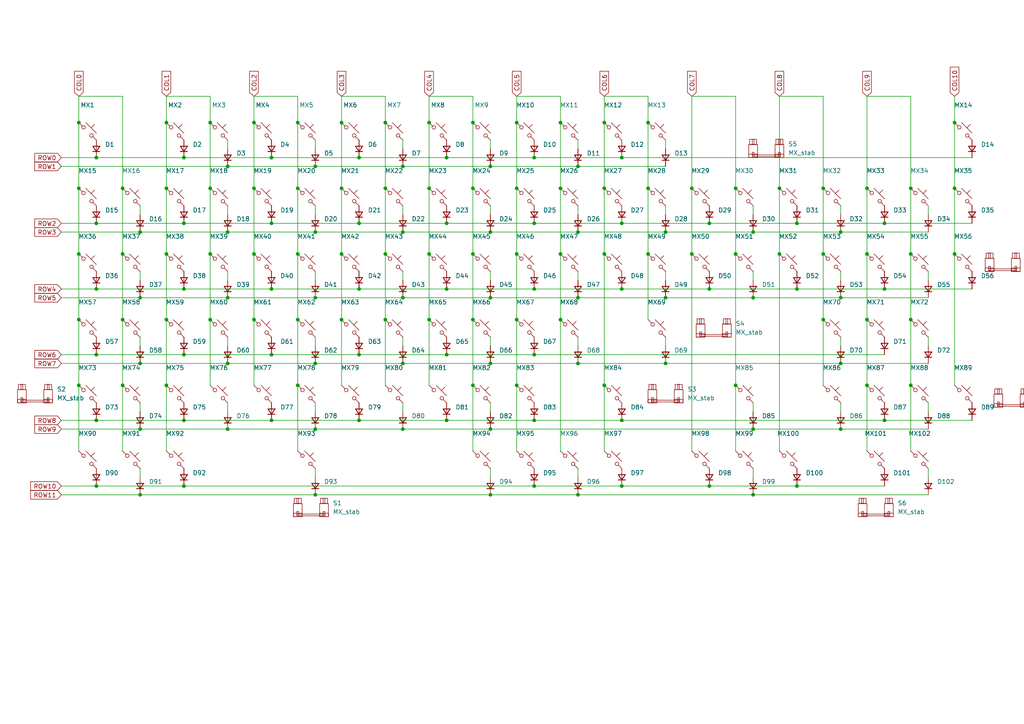
<source format=kicad_sch>
(kicad_sch (version 20231120) (generator "eeschema") (generator_version "8.0")
  (paper "A4")
  (junction (at 111.76 73.66))
  (junction (at 116.84 48.26))
  (junction (at 86.36 54.61))
  (junction (at 66.04 48.26))
  (junction (at 48.26 92.71))
  (junction (at 243.84 124.46))
  (junction (at 180.34 121.92))
  (junction (at 251.46 92.71))
  (junction (at 40.64 124.46))
  (junction (at 251.46 111.76))
  (junction (at 27.94 121.92))
  (junction (at 91.44 105.41))
  (junction (at 142.24 67.31))
  (junction (at 154.94 102.87))
  (junction (at 40.64 67.31))
  (junction (at 35.56 73.66))
  (junction (at 53.34 45.72))
  (junction (at 175.26 111.76))
  (junction (at 66.04 124.46))
  (junction (at 66.04 86.36))
  (junction (at 142.24 143.51))
  (junction (at 213.36 111.76))
  (junction (at 137.16 111.76))
  (junction (at 264.16 73.66))
  (junction (at 86.36 92.71))
  (junction (at 86.36 35.56))
  (junction (at 276.86 35.56))
  (junction (at 53.34 83.82))
  (junction (at 149.86 35.56))
  (junction (at 111.76 35.56))
  (junction (at 276.86 54.61))
  (junction (at 218.44 86.36))
  (junction (at 129.54 121.92))
  (junction (at 154.94 140.97))
  (junction (at 251.46 54.61))
  (junction (at 60.96 73.66))
  (junction (at 104.14 102.87))
  (junction (at 104.14 45.72))
  (junction (at 27.94 45.72))
  (junction (at 243.84 105.41))
  (junction (at 53.34 140.97))
  (junction (at 264.16 54.61))
  (junction (at 180.34 45.72))
  (junction (at 91.44 124.46))
  (junction (at 162.56 54.61))
  (junction (at 78.74 102.87))
  (junction (at 175.26 54.61))
  (junction (at 78.74 45.72))
  (junction (at 66.04 105.41))
  (junction (at 22.86 35.56))
  (junction (at 142.24 48.26))
  (junction (at 218.44 67.31))
  (junction (at 187.96 73.66))
  (junction (at 231.14 83.82))
  (junction (at 231.14 140.97))
  (junction (at 91.44 67.31))
  (junction (at 27.94 102.87))
  (junction (at 60.96 54.61))
  (junction (at 243.84 86.36))
  (junction (at 149.86 92.71))
  (junction (at 193.04 86.36))
  (junction (at 142.24 124.46))
  (junction (at 22.86 111.76))
  (junction (at 193.04 67.31))
  (junction (at 78.74 64.77))
  (junction (at 264.16 92.71))
  (junction (at 238.76 92.71))
  (junction (at 60.96 92.71))
  (junction (at 167.64 105.41))
  (junction (at 218.44 143.51))
  (junction (at 205.74 83.82))
  (junction (at 137.16 35.56))
  (junction (at 154.94 64.77))
  (junction (at 111.76 54.61))
  (junction (at 53.34 121.92))
  (junction (at 162.56 35.56))
  (junction (at 149.86 54.61))
  (junction (at 78.74 83.82))
  (junction (at 116.84 124.46))
  (junction (at 149.86 111.76))
  (junction (at 73.66 73.66))
  (junction (at 40.64 143.51))
  (junction (at 73.66 92.71))
  (junction (at 167.64 143.51))
  (junction (at 180.34 140.97))
  (junction (at 48.26 73.66))
  (junction (at 231.14 64.77))
  (junction (at 129.54 83.82))
  (junction (at 22.86 73.66))
  (junction (at 137.16 73.66))
  (junction (at 213.36 54.61))
  (junction (at 116.84 105.41))
  (junction (at 137.16 92.71))
  (junction (at 99.06 73.66))
  (junction (at 175.26 35.56))
  (junction (at 86.36 111.76))
  (junction (at 187.96 54.61))
  (junction (at 256.54 64.77))
  (junction (at 104.14 121.92))
  (junction (at 238.76 54.61))
  (junction (at 27.94 64.77))
  (junction (at 129.54 64.77))
  (junction (at 238.76 73.66))
  (junction (at 116.84 86.36))
  (junction (at 129.54 45.72))
  (junction (at 187.96 35.56))
  (junction (at 104.14 64.77))
  (junction (at 200.66 73.66))
  (junction (at 99.06 92.71))
  (junction (at 167.64 48.26))
  (junction (at 48.26 35.56))
  (junction (at 66.04 67.31))
  (junction (at 251.46 73.66))
  (junction (at 205.74 140.97))
  (junction (at 78.74 121.92))
  (junction (at 111.76 92.71))
  (junction (at 124.46 54.61))
  (junction (at 167.64 86.36))
  (junction (at 35.56 111.76))
  (junction (at 154.94 45.72))
  (junction (at 124.46 73.66))
  (junction (at 162.56 73.66))
  (junction (at 193.04 105.41))
  (junction (at 205.74 64.77))
  (junction (at 264.16 111.76))
  (junction (at 167.64 67.31))
  (junction (at 162.56 92.71))
  (junction (at 116.84 67.31))
  (junction (at 256.54 121.92))
  (junction (at 175.26 73.66))
  (junction (at 99.06 54.61))
  (junction (at 22.86 54.61))
  (junction (at 27.94 140.97))
  (junction (at 154.94 121.92))
  (junction (at 243.84 67.31))
  (junction (at 35.56 92.71))
  (junction (at 129.54 102.87))
  (junction (at 142.24 86.36))
  (junction (at 40.64 86.36))
  (junction (at 226.06 73.66))
  (junction (at 99.06 35.56))
  (junction (at 200.66 54.61))
  (junction (at 226.06 54.61))
  (junction (at 142.24 105.41))
  (junction (at 154.94 83.82))
  (junction (at 73.66 35.56))
  (junction (at 124.46 92.71))
  (junction (at 60.96 35.56))
  (junction (at 91.44 86.36))
  (junction (at 48.26 111.76))
  (junction (at 53.34 102.87))
  (junction (at 180.34 64.77))
  (junction (at 149.86 73.66))
  (junction (at 180.34 83.82))
  (junction (at 104.14 83.82))
  (junction (at 91.44 48.26))
  (junction (at 73.66 54.61))
  (junction (at 22.86 92.71))
  (junction (at 213.36 73.66))
  (junction (at 124.46 35.56))
  (junction (at 35.56 54.61))
  (junction (at 86.36 73.66))
  (junction (at 27.94 83.82))
  (junction (at 40.64 105.41))
  (junction (at 53.34 64.77))
  (junction (at 137.16 54.61))
  (junction (at 276.86 73.66))
  (junction (at 256.54 83.82))
  (junction (at 91.44 143.51))
  (junction (at 48.26 54.61))
  (junction (at 218.44 124.46))
  (wire (pts (xy 116.84 86.36) (xy 142.24 86.36)))
  (wire (pts (xy 40.64 143.51) (xy 91.44 143.51)))
  (wire (pts (xy 91.44 86.36) (xy 116.84 86.36)))
  (wire (pts (xy 269.24 100.33) (xy 269.24 97.79)))
  (wire (pts (xy 167.64 105.41) (xy 193.04 105.41)))
  (wire (pts (xy 78.74 45.72) (xy 104.14 45.72)))
  (wire (pts (xy 111.76 35.56) (xy 111.76 54.61)))
  (wire (pts (xy 226.06 73.66) (xy 226.06 130.81)))
  (wire (pts (xy 193.04 86.36) (xy 218.44 86.36)))
  (wire (pts (xy 276.86 35.56) (xy 276.86 54.61)))
  (wire (pts (xy 238.76 73.66) (xy 238.76 92.71)))
  (wire (pts (xy 226.06 27.94) (xy 238.76 27.94)))
  (wire (pts (xy 218.44 62.23) (xy 218.44 59.69)))
  (wire (pts (xy 116.84 43.18) (xy 116.84 40.64)))
  (wire (pts (xy 193.04 100.33) (xy 193.04 97.79)))
  (wire (pts (xy 251.46 111.76) (xy 251.46 130.81)))
  (wire (pts (xy 60.96 73.66) (xy 60.96 92.71)))
  (wire (pts (xy 22.86 54.61) (xy 22.86 73.66)))
  (wire (pts (xy 27.94 45.72) (xy 53.34 45.72)))
  (wire (pts (xy 124.46 27.94) (xy 137.16 27.94)))
  (wire (pts (xy 91.44 67.31) (xy 116.84 67.31)))
  (wire (pts (xy 162.56 27.94) (xy 162.56 35.56)))
  (wire (pts (xy 264.16 111.76) (xy 264.16 130.81)))
  (wire (pts (xy 86.36 92.71) (xy 86.36 111.76)))
  (wire (pts (xy 218.44 67.31) (xy 243.84 67.31)))
  (wire (pts (xy 104.14 83.82) (xy 129.54 83.82)))
  (wire (pts (xy 200.66 73.66) (xy 200.66 130.81)))
  (wire (pts (xy 60.96 27.94) (xy 60.96 35.56)))
  (wire (pts (xy 99.06 35.56) (xy 99.06 54.61)))
  (wire (pts (xy 129.54 102.87) (xy 154.94 102.87)))
  (wire (pts (xy 104.14 102.87) (xy 129.54 102.87)))
  (wire (pts (xy 137.16 35.56) (xy 137.16 54.61)))
  (wire (pts (xy 238.76 27.94) (xy 238.76 54.61)))
  (wire (pts (xy 269.24 81.28) (xy 269.24 78.74)))
  (wire (pts (xy 149.86 111.76) (xy 149.86 130.81)))
  (wire (pts (xy 91.44 48.26) (xy 116.84 48.26)))
  (wire (pts (xy 17.78 48.26) (xy 66.04 48.26)))
  (wire (pts (xy 251.46 54.61) (xy 251.46 73.66)))
  (wire (pts (xy 22.86 111.76) (xy 22.86 130.81)))
  (wire (pts (xy 73.66 54.61) (xy 73.66 73.66)))
  (wire (pts (xy 116.84 119.38) (xy 116.84 116.84)))
  (wire (pts (xy 180.34 140.97) (xy 205.74 140.97)))
  (wire (pts (xy 226.06 54.61) (xy 226.06 73.66)))
  (wire (pts (xy 251.46 73.66) (xy 251.46 92.71)))
  (wire (pts (xy 142.24 43.18) (xy 142.24 40.64)))
  (wire (pts (xy 99.06 27.94) (xy 111.76 27.94)))
  (wire (pts (xy 175.26 27.94) (xy 175.26 35.56)))
  (wire (pts (xy 142.24 48.26) (xy 167.64 48.26)))
  (wire (pts (xy 193.04 43.18) (xy 193.04 40.64)))
  (wire (pts (xy 86.36 27.94) (xy 86.36 35.56)))
  (wire (pts (xy 167.64 62.23) (xy 167.64 59.69)))
  (wire (pts (xy 48.26 54.61) (xy 48.26 73.66)))
  (wire (pts (xy 154.94 102.87) (xy 256.54 102.87)))
  (wire (pts (xy 22.86 35.56) (xy 22.86 54.61)))
  (wire (pts (xy 60.96 54.61) (xy 60.96 73.66)))
  (wire (pts (xy 27.94 64.77) (xy 53.34 64.77)))
  (wire (pts (xy 27.94 140.97) (xy 53.34 140.97)))
  (wire (pts (xy 200.66 54.61) (xy 200.66 73.66)))
  (wire (pts (xy 137.16 27.94) (xy 137.16 35.56)))
  (wire (pts (xy 142.24 100.33) (xy 142.24 97.79)))
  (wire (pts (xy 116.84 48.26) (xy 142.24 48.26)))
  (wire (pts (xy 251.46 92.71) (xy 251.46 111.76)))
  (wire (pts (xy 66.04 86.36) (xy 91.44 86.36)))
  (wire (pts (xy 193.04 67.31) (xy 218.44 67.31)))
  (wire (pts (xy 40.64 138.43) (xy 40.64 135.89)))
  (wire (pts (xy 27.94 102.87) (xy 53.34 102.87)))
  (wire (pts (xy 137.16 92.71) (xy 137.16 111.76)))
  (wire (pts (xy 180.34 83.82) (xy 205.74 83.82)))
  (wire (pts (xy 91.44 43.18) (xy 91.44 40.64)))
  (wire (pts (xy 91.44 143.51) (xy 142.24 143.51)))
  (wire (pts (xy 116.84 81.28) (xy 116.84 78.74)))
  (wire (pts (xy 149.86 27.94) (xy 162.56 27.94)))
  (wire (pts (xy 48.26 73.66) (xy 48.26 92.71)))
  (wire (pts (xy 66.04 100.33) (xy 66.04 97.79)))
  (wire (pts (xy 243.84 105.41) (xy 269.24 105.41)))
  (wire (pts (xy 167.64 43.18) (xy 167.64 40.64)))
  (wire (pts (xy 162.56 73.66) (xy 162.56 92.71)))
  (wire (pts (xy 218.44 143.51) (xy 269.24 143.51)))
  (wire (pts (xy 167.64 86.36) (xy 193.04 86.36)))
  (wire (pts (xy 111.76 54.61) (xy 111.76 73.66)))
  (wire (pts (xy 91.44 105.41) (xy 116.84 105.41)))
  (wire (pts (xy 218.44 124.46) (xy 243.84 124.46)))
  (wire (pts (xy 149.86 35.56) (xy 149.86 54.61)))
  (wire (pts (xy 175.26 35.56) (xy 175.26 54.61)))
  (wire (pts (xy 213.36 27.94) (xy 213.36 54.61)))
  (wire (pts (xy 251.46 27.94) (xy 264.16 27.94)))
  (wire (pts (xy 22.86 27.94) (xy 22.86 35.56)))
  (wire (pts (xy 243.84 124.46) (xy 269.24 124.46)))
  (wire (pts (xy 22.86 92.71) (xy 22.86 111.76)))
  (wire (pts (xy 66.04 124.46) (xy 91.44 124.46)))
  (wire (pts (xy 116.84 105.41) (xy 142.24 105.41)))
  (wire (pts (xy 99.06 73.66) (xy 99.06 92.71)))
  (wire (pts (xy 276.86 27.94) (xy 276.86 35.56)))
  (wire (pts (xy 60.96 35.56) (xy 60.96 54.61)))
  (wire (pts (xy 124.46 92.71) (xy 124.46 111.76)))
  (wire (pts (xy 264.16 92.71) (xy 264.16 111.76)))
  (wire (pts (xy 256.54 83.82) (xy 281.94 83.82)))
  (wire (pts (xy 231.14 64.77) (xy 256.54 64.77)))
  (wire (pts (xy 73.66 73.66) (xy 73.66 92.71)))
  (wire (pts (xy 73.66 27.94) (xy 86.36 27.94)))
  (wire (pts (xy 91.44 124.46) (xy 116.84 124.46)))
  (wire (pts (xy 35.56 54.61) (xy 35.56 73.66)))
  (wire (pts (xy 124.46 27.94) (xy 124.46 35.56)))
  (wire (pts (xy 231.14 140.97) (xy 256.54 140.97)))
  (wire (pts (xy 226.06 27.94) (xy 226.06 54.61)))
  (wire (pts (xy 193.04 105.41) (xy 243.84 105.41)))
  (wire (pts (xy 124.46 73.66) (xy 124.46 92.71)))
  (wire (pts (xy 162.56 54.61) (xy 162.56 73.66)))
  (wire (pts (xy 40.64 67.31) (xy 66.04 67.31)))
  (wire (pts (xy 269.24 62.23) (xy 269.24 59.69)))
  (wire (pts (xy 99.06 27.94) (xy 99.06 35.56)))
  (wire (pts (xy 142.24 124.46) (xy 218.44 124.46)))
  (wire (pts (xy 48.26 35.56) (xy 48.26 54.61)))
  (wire (pts (xy 99.06 92.71) (xy 99.06 111.76)))
  (wire (pts (xy 187.96 73.66) (xy 187.96 92.71)))
  (wire (pts (xy 154.94 64.77) (xy 180.34 64.77)))
  (wire (pts (xy 243.84 100.33) (xy 243.84 97.79)))
  (wire (pts (xy 27.94 121.92) (xy 53.34 121.92)))
  (wire (pts (xy 154.94 83.82) (xy 180.34 83.82)))
  (wire (pts (xy 116.84 100.33) (xy 116.84 97.79)))
  (wire (pts (xy 205.74 64.77) (xy 231.14 64.77)))
  (wire (pts (xy 167.64 100.33) (xy 167.64 97.79)))
  (wire (pts (xy 78.74 64.77) (xy 104.14 64.77)))
  (wire (pts (xy 35.56 73.66) (xy 35.56 92.71)))
  (wire (pts (xy 142.24 81.28) (xy 142.24 78.74)))
  (wire (pts (xy 243.84 119.38) (xy 243.84 116.84)))
  (wire (pts (xy 162.56 35.56) (xy 162.56 54.61)))
  (wire (pts (xy 167.64 143.51) (xy 218.44 143.51)))
  (wire (pts (xy 111.76 73.66) (xy 111.76 92.71)))
  (wire (pts (xy 17.78 143.51) (xy 40.64 143.51)))
  (wire (pts (xy 86.36 35.56) (xy 86.36 54.61)))
  (wire (pts (xy 154.94 45.72) (xy 180.34 45.72)))
  (wire (pts (xy 116.84 67.31) (xy 142.24 67.31)))
  (wire (pts (xy 137.16 54.61) (xy 137.16 73.66)))
  (wire (pts (xy 193.04 62.23) (xy 193.04 59.69)))
  (wire (pts (xy 66.04 62.23) (xy 66.04 59.69)))
  (wire (pts (xy 60.96 92.71) (xy 60.96 111.76)))
  (wire (pts (xy 175.26 54.61) (xy 175.26 73.66)))
  (wire (pts (xy 218.44 138.43) (xy 218.44 135.89)))
  (wire (pts (xy 111.76 27.94) (xy 111.76 35.56)))
  (wire (pts (xy 66.04 67.31) (xy 91.44 67.31)))
  (wire (pts (xy 78.74 121.92) (xy 104.14 121.92)))
  (wire (pts (xy 129.54 45.72) (xy 154.94 45.72)))
  (wire (pts (xy 142.24 138.43) (xy 142.24 135.89)))
  (wire (pts (xy 167.64 67.31) (xy 193.04 67.31)))
  (wire (pts (xy 187.96 54.61) (xy 187.96 73.66)))
  (wire (pts (xy 73.66 27.94) (xy 73.66 35.56)))
  (wire (pts (xy 66.04 43.18) (xy 66.04 40.64)))
  (wire (pts (xy 264.16 54.61) (xy 264.16 73.66)))
  (wire (pts (xy 40.64 62.23) (xy 40.64 59.69)))
  (wire (pts (xy 104.14 45.72) (xy 129.54 45.72)))
  (wire (pts (xy 124.46 35.56) (xy 124.46 54.61)))
  (wire (pts (xy 78.74 83.82) (xy 104.14 83.82)))
  (wire (pts (xy 86.36 54.61) (xy 86.36 73.66)))
  (wire (pts (xy 111.76 92.71) (xy 111.76 111.76)))
  (wire (pts (xy 251.46 27.94) (xy 251.46 54.61)))
  (wire (pts (xy 66.04 48.26) (xy 91.44 48.26)))
  (wire (pts (xy 142.24 119.38) (xy 142.24 116.84)))
  (wire (pts (xy 17.78 67.31) (xy 40.64 67.31)))
  (wire (pts (xy 91.44 100.33) (xy 91.44 97.79)))
  (wire (pts (xy 40.64 116.84) (xy 40.64 119.38)))
  (wire (pts (xy 238.76 54.61) (xy 238.76 73.66)))
  (wire (pts (xy 17.78 45.72) (xy 27.94 45.72)))
  (wire (pts (xy 142.24 86.36) (xy 167.64 86.36)))
  (wire (pts (xy 17.78 140.97) (xy 27.94 140.97)))
  (wire (pts (xy 243.84 67.31) (xy 269.24 67.31)))
  (wire (pts (xy 53.34 121.92) (xy 78.74 121.92)))
  (wire (pts (xy 53.34 102.87) (xy 78.74 102.87)))
  (wire (pts (xy 200.66 27.94) (xy 213.36 27.94)))
  (wire (pts (xy 180.34 45.72) (xy 281.94 45.72)))
  (wire (pts (xy 17.78 86.36) (xy 40.64 86.36)))
  (wire (pts (xy 129.54 64.77) (xy 154.94 64.77)))
  (wire (pts (xy 213.36 111.76) (xy 213.36 73.66)))
  (wire (pts (xy 218.44 81.28) (xy 218.44 78.74)))
  (wire (pts (xy 48.26 111.76) (xy 48.26 130.81)))
  (wire (pts (xy 238.76 92.71) (xy 238.76 111.76)))
  (wire (pts (xy 66.04 81.28) (xy 66.04 78.74)))
  (wire (pts (xy 175.26 73.66) (xy 175.26 111.76)))
  (wire (pts (xy 269.24 119.38) (xy 269.24 116.84)))
  (wire (pts (xy 154.94 140.97) (xy 180.34 140.97)))
  (wire (pts (xy 167.64 81.28) (xy 167.64 78.74)))
  (wire (pts (xy 17.78 105.41) (xy 40.64 105.41)))
  (wire (pts (xy 264.16 73.66) (xy 264.16 92.71)))
  (wire (pts (xy 27.94 83.82) (xy 53.34 83.82)))
  (wire (pts (xy 243.84 86.36) (xy 269.24 86.36)))
  (wire (pts (xy 276.86 54.61) (xy 276.86 73.66)))
  (wire (pts (xy 17.78 102.87) (xy 27.94 102.87)))
  (wire (pts (xy 40.64 100.33) (xy 40.64 97.79)))
  (wire (pts (xy 180.34 64.77) (xy 205.74 64.77)))
  (wire (pts (xy 17.78 64.77) (xy 27.94 64.77)))
  (wire (pts (xy 137.16 111.76) (xy 137.16 130.81)))
  (wire (pts (xy 269.24 138.43) (xy 269.24 135.89)))
  (wire (pts (xy 142.24 143.51) (xy 167.64 143.51)))
  (wire (pts (xy 78.74 102.87) (xy 104.14 102.87)))
  (wire (pts (xy 149.86 54.61) (xy 149.86 73.66)))
  (wire (pts (xy 22.86 73.66) (xy 22.86 92.71)))
  (wire (pts (xy 213.36 73.66) (xy 213.36 54.61)))
  (wire (pts (xy 129.54 83.82) (xy 154.94 83.82)))
  (wire (pts (xy 149.86 92.71) (xy 149.86 111.76)))
  (wire (pts (xy 91.44 138.43) (xy 91.44 135.89)))
  (wire (pts (xy 48.26 27.94) (xy 60.96 27.94)))
  (wire (pts (xy 40.64 124.46) (xy 66.04 124.46)))
  (wire (pts (xy 53.34 64.77) (xy 78.74 64.77)))
  (wire (pts (xy 48.26 27.94) (xy 48.26 35.56)))
  (wire (pts (xy 124.46 54.61) (xy 124.46 73.66)))
  (wire (pts (xy 205.74 140.97) (xy 231.14 140.97)))
  (wire (pts (xy 17.78 83.82) (xy 27.94 83.82)))
  (wire (pts (xy 231.14 83.82) (xy 256.54 83.82)))
  (wire (pts (xy 218.44 86.36) (xy 243.84 86.36)))
  (wire (pts (xy 162.56 92.71) (xy 162.56 130.81)))
  (wire (pts (xy 243.84 62.23) (xy 243.84 59.69)))
  (wire (pts (xy 91.44 119.38) (xy 91.44 116.84)))
  (wire (pts (xy 91.44 81.28) (xy 91.44 78.74)))
  (wire (pts (xy 66.04 119.38) (xy 66.04 116.84)))
  (wire (pts (xy 149.86 27.94) (xy 149.86 35.56)))
  (wire (pts (xy 116.84 124.46) (xy 142.24 124.46)))
  (wire (pts (xy 40.64 105.41) (xy 66.04 105.41)))
  (wire (pts (xy 256.54 64.77) (xy 281.94 64.77)))
  (wire (pts (xy 73.66 92.71) (xy 73.66 111.76)))
  (wire (pts (xy 187.96 27.94) (xy 187.96 35.56)))
  (wire (pts (xy 40.64 81.28) (xy 40.64 78.74)))
  (wire (pts (xy 17.78 121.92) (xy 27.94 121.92)))
  (wire (pts (xy 17.78 124.46) (xy 40.64 124.46)))
  (wire (pts (xy 167.64 138.43) (xy 167.64 135.89)))
  (wire (pts (xy 200.66 27.94) (xy 200.66 54.61)))
  (wire (pts (xy 142.24 67.31) (xy 167.64 67.31)))
  (wire (pts (xy 205.74 83.82) (xy 231.14 83.82)))
  (wire (pts (xy 86.36 73.66) (xy 86.36 92.71)))
  (wire (pts (xy 154.94 121.92) (xy 180.34 121.92)))
  (wire (pts (xy 175.26 111.76) (xy 175.26 130.81)))
  (wire (pts (xy 73.66 35.56) (xy 73.66 54.61)))
  (wire (pts (xy 116.84 62.23) (xy 116.84 59.69)))
  (wire (pts (xy 142.24 105.41) (xy 167.64 105.41)))
  (wire (pts (xy 129.54 121.92) (xy 154.94 121.92)))
  (wire (pts (xy 218.44 119.38) (xy 218.44 116.84)))
  (wire (pts (xy 256.54 121.92) (xy 281.94 121.92)))
  (wire (pts (xy 142.24 62.23) (xy 142.24 59.69)))
  (wire (pts (xy 22.86 27.94) (xy 35.56 27.94)))
  (wire (pts (xy 276.86 73.66) (xy 276.86 111.76)))
  (wire (pts (xy 243.84 81.28) (xy 243.84 78.74)))
  (wire (pts (xy 66.04 105.41) (xy 91.44 105.41)))
  (wire (pts (xy 35.56 27.94) (xy 35.56 54.61)))
  (wire (pts (xy 149.86 73.66) (xy 149.86 92.71)))
  (wire (pts (xy 213.36 130.81) (xy 213.36 111.76)))
  (wire (pts (xy 264.16 27.94) (xy 264.16 54.61)))
  (wire (pts (xy 35.56 111.76) (xy 35.56 130.81)))
  (wire (pts (xy 53.34 45.72) (xy 78.74 45.72)))
  (wire (pts (xy 35.56 92.71) (xy 35.56 111.76)))
  (wire (pts (xy 104.14 121.92) (xy 129.54 121.92)))
  (wire (pts (xy 175.26 27.94) (xy 187.96 27.94)))
  (wire (pts (xy 53.34 140.97) (xy 154.94 140.97)))
  (wire (pts (xy 137.16 73.66) (xy 137.16 92.71)))
  (wire (pts (xy 187.96 35.56) (xy 187.96 54.61)))
  (wire (pts (xy 104.14 64.77) (xy 129.54 64.77)))
  (wire (pts (xy 86.36 111.76) (xy 86.36 130.81)))
  (wire (pts (xy 40.64 86.36) (xy 66.04 86.36)))
  (wire (pts (xy 91.44 62.23) (xy 91.44 59.69)))
  (wire (pts (xy 48.26 92.71) (xy 48.26 111.76)))
  (wire (pts (xy 53.34 83.82) (xy 78.74 83.82)))
  (wire (pts (xy 193.04 81.28) (xy 193.04 78.74)))
  (wire (pts (xy 99.06 54.61) (xy 99.06 73.66)))
  (wire (pts (xy 180.34 121.92) (xy 256.54 121.92)))
  (wire (pts (xy 167.64 48.26) (xy 193.04 48.26)))
  (global_label "COL9" (shape input) (at 251.46 27.94 90) (property "Intersheetrefs" "${INTERSHEET_REFS}" (effects (hide yes))))
  (global_label "COL12" (shape input) (at 165.1 -5.08 90) (property "Intersheetrefs" "${INTERSHEET_REFS}" (effects (hide yes))))
  (global_label "COL5" (shape input) (at 149.86 27.94 90) (property "Intersheetrefs" "${INTERSHEET_REFS}" (effects (hide yes))))
  (global_label "COL2" (shape input) (at 73.66 27.94 90) (property "Intersheetrefs" "${INTERSHEET_REFS}" (effects (hide yes))))
  (global_label "COL11" (shape input) (at 152.4 -5.08 90) (property "Intersheetrefs" "${INTERSHEET_REFS}" (effects (hide yes))))
  (global_label "COL13" (shape input) (at 177.8 -5.08 90) (property "Intersheetrefs" "${INTERSHEET_REFS}" (effects (hide yes))))
  (global_label "ROW7" (shape input) (at 17.78 105.41 180) (property "Intersheetrefs" "${INTERSHEET_REFS}" (effects (hide yes))))
  (global_label "ROW11" (shape input) (at 17.78 143.51 180) (property "Intersheetrefs" "${INTERSHEET_REFS}" (effects (hide yes))))
  (global_label "ROW4" (shape input) (at 17.78 83.82 180) (property "Intersheetrefs" "${INTERSHEET_REFS}" (effects (hide yes))))
  (global_label "ROW5" (shape input) (at 17.78 86.36 180) (property "Intersheetrefs" "${INTERSHEET_REFS}" (effects (hide yes))))
  (global_label "COL17" (shape input) (at 228.6 -5.08 90) (property "Intersheetrefs" "${INTERSHEET_REFS}" (effects (hide yes))))
  (global_label "ROW10" (shape input) (at 17.78 140.97 180) (property "Intersheetrefs" "${INTERSHEET_REFS}" (effects (hide yes))))
  (global_label "COL18" (shape input) (at 241.3 -5.08 90) (property "Intersheetrefs" "${INTERSHEET_REFS}" (effects (hide yes))))
  (global_label "COL4" (shape input) (at 124.46 27.94 90) (property "Intersheetrefs" "${INTERSHEET_REFS}" (effects (hide yes))))
  (global_label "ROW3" (shape input) (at 17.78 67.31 180) (property "Intersheetrefs" "${INTERSHEET_REFS}" (effects (hide yes))))
  (global_label "COL20" (shape input) (at 266.7 -5.08 90) (property "Intersheetrefs" "${INTERSHEET_REFS}" (effects (hide yes))))
  (global_label "ROW6" (shape input) (at 17.78 102.87 180) (property "Intersheetrefs" "${INTERSHEET_REFS}" (effects (hide yes))))
  (global_label "COL14" (shape input) (at 190.5 -5.08 90) (property "Intersheetrefs" "${INTERSHEET_REFS}" (effects (hide yes))))
  (global_label "COL3" (shape input) (at 99.06 27.94 90) (property "Intersheetrefs" "${INTERSHEET_REFS}" (effects (hide yes))))
  (global_label "COL19" (shape input) (at 254 -5.08 90) (property "Intersheetrefs" "${INTERSHEET_REFS}" (effects (hide yes))))
  (global_label "ROW8" (shape input) (at 17.78 121.92 180) (property "Intersheetrefs" "${INTERSHEET_REFS}" (effects (hide yes))))
  (global_label "COL1" (shape input) (at 48.26 27.94 90) (property "Intersheetrefs" "${INTERSHEET_REFS}" (effects (hide yes))))
  (global_label "COL8" (shape input) (at 226.06 27.94 90) (property "Intersheetrefs" "${INTERSHEET_REFS}" (effects (hide yes))))
  (global_label "COL10" (shape input) (at 276.86 27.94 90) (property "Intersheetrefs" "${INTERSHEET_REFS}" (effects (hide yes))))
  (global_label "ROW0" (shape input) (at 17.78 45.72 180) (property "Intersheetrefs" "${INTERSHEET_REFS}" (effects (hide yes))))
  (global_label "ROW1" (shape input) (at 17.78 48.26 180) (property "Intersheetrefs" "${INTERSHEET_REFS}" (effects (hide yes))))
  (global_label "COL6" (shape input) (at 175.26 27.94 90) (property "Intersheetrefs" "${INTERSHEET_REFS}" (effects (hide yes))))
  (global_label "COL7" (shape input) (at 200.66 27.94 90) (property "Intersheetrefs" "${INTERSHEET_REFS}" (effects (hide yes))))
  (global_label "ROW9" (shape input) (at 17.78 124.46 180) (property "Intersheetrefs" "${INTERSHEET_REFS}" (effects (hide yes))))
  (global_label "COL15" (shape input) (at 203.2 -5.08 90) (property "Intersheetrefs" "${INTERSHEET_REFS}" (effects (hide yes))))
  (global_label "COL0" (shape input) (at 22.86 27.94 90) (property "Intersheetrefs" "${INTERSHEET_REFS}" (effects (hide yes))))
  (global_label "ROW2" (shape input) (at 17.78 64.77 180) (property "Intersheetrefs" "${INTERSHEET_REFS}" (effects (hide yes))))
  (global_label "COL16" (shape input) (at 215.9 -5.08 90) (property "Intersheetrefs" "${INTERSHEET_REFS}" (effects (hide yes))))
  (symbol (lib_id "PCM_marbastlib-mx:MX_SW_HS_CPG151101S11") (at 76.2 76.2 0) (unit 1)
    (property "Reference" "MX40" (at 76.2 68.58 0))
    (property "Value" "MX_SW_HS" (effects (hide yes)))
    (property "Footprint" "PCM_marbastlib-mx:SW_MX_HS_CPG151101S11_1u" (effects (hide yes)))
    (property "Description" "Push button switch, normally open, two pins, 45° tilted, Kailh CPG151101S11 for Cherry MX style switches" (effects (hide yes)))
  )
  (symbol (lib_id "PCM_marbastlib-mx:MX_SW_HS_CPG151101S11") (at 38.1 133.35 0) (unit 1)
    (property "Reference" "MX91" (at 38.1 125.73 0))
    (property "Value" "MX_SW_HS" (effects (hide yes)))
    (property "Footprint" "PCM_marbastlib-mx:SW_MX_HS_CPG151101S11_1u" (effects (hide yes)))
    (property "Description" "Push button switch, normally open, two pins, 45° tilted, Kailh CPG151101S11 for Cherry MX style switches" (effects (hide yes)))
  )
  (symbol (lib_id "Device:D_Small") (at 218.44 83.82 90) (unit 1)
    (property "Reference" "D51" (at 220.98 82.5499 90) (effects (justify right)))
    (property "Value" "D_Small" (effects (hide yes)))
    (property "Footprint" "Diode_SMD:D_SOD-123F" (effects (hide yes)))
    (property "Description" "Diode, small symbol" (effects (hide yes)))
    (property "Sim.Device" "D" (effects (hide yes)))
    (property "Sim.Pins" "1=K 2=A" (effects (hide yes)))
  )
  (symbol (lib_id "Device:D_Small") (at 91.44 64.77 90) (unit 1)
    (property "Reference" "D20" (at 93.98 63.4999 90) (effects (justify right)))
    (property "Value" "D_Small" (effects (hide yes)))
    (property "Footprint" "Diode_SMD:D_SOD-123F" (effects (hide yes)))
    (property "Description" "Diode, small symbol" (effects (hide yes)))
    (property "Sim.Device" "D" (effects (hide yes)))
    (property "Sim.Pins" "1=K 2=A" (effects (hide yes)))
  )
  (symbol (lib_id "Device:D_Small") (at 66.04 45.72 90) (unit 1)
    (property "Reference" "D3" (at 68.58 44.4499 90) (effects (justify right)))
    (property "Value" "D_Small" (effects (hide yes)))
    (property "Footprint" "Diode_SMD:D_SOD-123F" (effects (hide yes)))
    (property "Description" "Diode, small symbol" (effects (hide yes)))
    (property "Sim.Device" "D" (effects (hide yes)))
    (property "Sim.Pins" "1=K 2=A" (effects (hide yes)))
  )
  (symbol (lib_id "PCM_marbastlib-mx:MX_SW_HS_CPG151101S11") (at 139.7 114.3 0) (unit 1)
    (property "Reference" "MX82" (at 139.7 106.68 0))
    (property "Value" "MX_SW_HS" (effects (hide yes)))
    (property "Footprint" "PCM_marbastlib-mx:SW_MX_HS_CPG151101S11_1u" (effects (hide yes)))
    (property "Description" "Push button switch, normally open, two pins, 45° tilted, Kailh CPG151101S11 for Cherry MX style switches" (effects (hide yes)))
  )
  (symbol (lib_id "PCM_marbastlib-mx:MX_SW_HS_CPG151101S11") (at 152.4 76.2 0) (unit 1)
    (property "Reference" "MX46" (at 152.4 68.58 0))
    (property "Value" "MX_SW_HS" (effects (hide yes)))
    (property "Footprint" "PCM_marbastlib-mx:SW_MX_HS_CPG151101S11_1u" (effects (hide yes)))
    (property "Description" "Push button switch, normally open, two pins, 45° tilted, Kailh CPG151101S11 for Cherry MX style switches" (effects (hide yes)))
  )
  (symbol (lib_id "PCM_marbastlib-mx:MX_SW_HS_CPG151101S11") (at 88.9 133.35 0) (unit 1)
    (property "Reference" "MX93" (at 88.9 125.73 0))
    (property "Value" "MX_SW_HS" (effects (hide yes)))
    (property "Footprint" "PCM_marbastlib-mx:SW_MX_HS_CPG151101S11_1u" (effects (hide yes)))
    (property "Description" "Push button switch, normally open, two pins, 45° tilted, Kailh CPG151101S11 for Cherry MX style switches" (effects (hide yes)))
  )
  (symbol (lib_id "PCM_marbastlib-mx:MX_SW_HS_CPG151101S11") (at 203.2 76.2 0) (unit 1)
    (property "Reference" "MX50" (at 203.2 68.58 0))
    (property "Value" "MX_SW_HS" (effects (hide yes)))
    (property "Footprint" "PCM_marbastlib-mx:SW_MX_HS_CPG151101S11_1u" (effects (hide yes)))
    (property "Description" "Push button switch, normally open, two pins, 45° tilted, Kailh CPG151101S11 for Cherry MX style switches" (effects (hide yes)))
  )
  (symbol (lib_id "PCM_marbastlib-mx:MX_SW_HS_CPG151101S11") (at 266.7 57.15 0) (unit 1)
    (property "Reference" "MX34" (at 266.7 49.53 0))
    (property "Value" "MX_SW_HS" (effects (hide yes)))
    (property "Footprint" "PCM_marbastlib-mx:SW_MX_HS_CPG151101S11_1u" (effects (hide yes)))
    (property "Description" "Push button switch, normally open, two pins, 45° tilted, Kailh CPG151101S11 for Cherry MX style switches" (effects (hide yes)))
  )
  (symbol (lib_id "Device:D_Small") (at 91.44 45.72 90) (unit 1)
    (property "Reference" "D5" (at 93.98 44.4499 90) (effects (justify right)))
    (property "Value" "D_Small" (effects (hide yes)))
    (property "Footprint" "Diode_SMD:D_SOD-123F" (effects (hide yes)))
    (property "Description" "Diode, small symbol" (effects (hide yes)))
    (property "Sim.Device" "D" (effects (hide yes)))
    (property "Sim.Pins" "1=K 2=A" (effects (hide yes)))
  )
  (symbol (lib_id "Device:D_Small") (at 116.84 121.92 90) (unit 1)
    (property "Reference" "D80" (at 119.38 120.6499 90) (effects (justify right)))
    (property "Value" "D_Small" (effects (hide yes)))
    (property "Footprint" "Diode_SMD:D_SOD-123F" (effects (hide yes)))
    (property "Description" "Diode, small symbol" (effects (hide yes)))
    (property "Sim.Device" "D" (effects (hide yes)))
    (property "Sim.Pins" "1=K 2=A" (effects (hide yes)))
  )
  (symbol (lib_id "Device:D_Small") (at 243.84 102.87 90) (unit 1)
    (property "Reference" "D70" (at 246.38 101.5999 90) (effects (justify right)))
    (property "Value" "D_Small" (effects (hide yes)))
    (property "Footprint" "Diode_SMD:D_SOD-123F" (effects (hide yes)))
    (property "Description" "Diode, small symbol" (effects (hide yes)))
    (property "Sim.Device" "D" (effects (hide yes)))
    (property "Sim.Pins" "1=K 2=A" (effects (hide yes)))
  )
  (symbol (lib_id "Device:D_Small") (at 142.24 140.97 90) (unit 1)
    (property "Reference" "D94" (at 144.78 139.6999 90) (effects (justify right)))
    (property "Value" "D_Small" (effects (hide yes)))
    (property "Footprint" "Diode_SMD:D_SOD-123F" (effects (hide yes)))
    (property "Description" "Diode, small symbol" (effects (hide yes)))
    (property "Sim.Device" "D" (effects (hide yes)))
    (property "Sim.Pins" "1=K 2=A" (effects (hide yes)))
  )
  (symbol (lib_id "PCM_marbastlib-mx:MX_SW_HS_CPG151101S11") (at 38.1 76.2 0) (unit 1)
    (property "Reference" "MX37" (at 38.1 68.58 0))
    (property "Value" "MX_SW_HS" (effects (hide yes)))
    (property "Footprint" "PCM_marbastlib-mx:SW_MX_HS_CPG151101S11_1u" (effects (hide yes)))
    (property "Description" "Push button switch, normally open, two pins, 45° tilted, Kailh CPG151101S11 for Cherry MX style switches" (effects (hide yes)))
  )
  (symbol (lib_id "Device:D_Small") (at 193.04 45.72 90) (unit 1)
    (property "Reference" "D13" (at 195.58 44.4499 90) (effects (justify right)))
    (property "Value" "D_Small" (effects (hide yes)))
    (property "Footprint" "Diode_SMD:D_SOD-123F" (effects (hide yes)))
    (property "Description" "Diode, small symbol" (effects (hide yes)))
    (property "Sim.Device" "D" (effects (hide yes)))
    (property "Sim.Pins" "1=K 2=A" (effects (hide yes)))
  )
  (symbol (lib_id "PCM_marbastlib-mx:MX_SW_HS_CPG151101S11") (at 25.4 95.25 0) (unit 1)
    (property "Reference" "MX57" (at 25.4 87.63 0))
    (property "Value" "MX_SW_HS" (effects (hide yes)))
    (property "Footprint" "PCM_marbastlib-mx:SW_MX_HS_CPG151101S11_1u" (effects (hide yes)))
    (property "Description" "Push button switch, normally open, two pins, 45° tilted, Kailh CPG151101S11 for Cherry MX style switches" (effects (hide yes)))
  )
  (symbol (lib_id "PCM_marbastlib-mx:MX_SW_HS_CPG151101S11") (at 63.5 76.2 0) (unit 1)
    (property "Reference" "MX39" (at 63.5 68.58 0))
    (property "Value" "MX_SW_HS" (effects (hide yes)))
    (property "Footprint" "PCM_marbastlib-mx:SW_MX_HS_CPG151101S11_1u" (effects (hide yes)))
    (property "Description" "Push button switch, normally open, two pins, 45° tilted, Kailh CPG151101S11 for Cherry MX style switches" (effects (hide yes)))
  )
  (symbol (lib_id "PCM_marbastlib-mx:MX_SW_HS_CPG151101S11") (at 88.9 76.2 0) (unit 1)
    (property "Reference" "MX41" (at 88.9 68.58 0))
    (property "Value" "MX_SW_HS" (effects (hide yes)))
    (property "Footprint" "PCM_marbastlib-mx:SW_MX_HS_CPG151101S11_1u" (effects (hide yes)))
    (property "Description" "Push button switch, normally open, two pins, 45° tilted, Kailh CPG151101S11 for Cherry MX style switches" (effects (hide yes)))
  )
  (symbol (lib_id "PCM_marbastlib-mx:MX_SW_HS_CPG151101S11") (at 114.3 38.1 0) (unit 1)
    (property "Reference" "MX7" (at 114.3 30.48 0))
    (property "Value" "MX_SW_HS" (effects (hide yes)))
    (property "Footprint" "PCM_marbastlib-mx:SW_MX_HS_CPG151101S11_1u" (effects (hide yes)))
    (property "Description" "Push button switch, normally open, two pins, 45° tilted, Kailh CPG151101S11 for Cherry MX style switches" (effects (hide yes)))
  )
  (symbol (lib_id "Device:D_Small") (at 104.14 81.28 90) (unit 1)
    (property "Reference" "D42" (at 106.68 80.0099 90) (effects (justify right)))
    (property "Value" "D_Small" (effects (hide yes)))
    (property "Footprint" "Diode_SMD:D_SOD-123F" (effects (hide yes)))
    (property "Description" "Diode, small symbol" (effects (hide yes)))
    (property "Sim.Device" "D" (effects (hide yes)))
    (property "Sim.Pins" "1=K 2=A" (effects (hide yes)))
  )
  (symbol (lib_id "Device:D_Small") (at 27.94 81.28 90) (unit 1)
    (property "Reference" "D36" (at 30.48 80.0099 90) (effects (justify right)))
    (property "Value" "D_Small" (effects (hide yes)))
    (property "Footprint" "Diode_SMD:D_SOD-123F" (effects (hide yes)))
    (property "Description" "Diode, small symbol" (effects (hide yes)))
    (property "Sim.Device" "D" (effects (hide yes)))
    (property "Sim.Pins" "1=K 2=A" (effects (hide yes)))
  )
  (symbol (lib_id "Device:D_Small") (at 269.24 64.77 90) (unit 1)
    (property "Reference" "D34" (at 271.78 63.4999 90) (effects (justify right)))
    (property "Value" "D_Small" (effects (hide yes)))
    (property "Footprint" "Diode_SMD:D_SOD-123F" (effects (hide yes)))
    (property "Description" "Diode, small symbol" (effects (hide yes)))
    (property "Sim.Device" "D" (effects (hide yes)))
    (property "Sim.Pins" "1=K 2=A" (effects (hide yes)))
  )
  (symbol (lib_id "Device:D_Small") (at 66.04 121.92 90) (unit 1)
    (property "Reference" "D76" (at 68.58 120.6499 90) (effects (justify right)))
    (property "Value" "D_Small" (effects (hide yes)))
    (property "Footprint" "Diode_SMD:D_SOD-123F" (effects (hide yes)))
    (property "Description" "Diode, small symbol" (effects (hide yes)))
    (property "Sim.Device" "D" (effects (hide yes)))
    (property "Sim.Pins" "1=K 2=A" (effects (hide yes)))
  )
  (symbol (lib_id "PCM_marbastlib-mx:MX_SW_HS_CPG151101S11") (at 114.3 76.2 0) (unit 1)
    (property "Reference" "MX43" (at 114.3 68.58 0))
    (property "Value" "MX_SW_HS" (effects (hide yes)))
    (property "Footprint" "PCM_marbastlib-mx:SW_MX_HS_CPG151101S11_1u" (effects (hide yes)))
    (property "Description" "Push button switch, normally open, two pins, 45° tilted, Kailh CPG151101S11 for Cherry MX style switches" (effects (hide yes)))
  )
  (symbol (lib_id "Device:D_Small") (at 40.64 102.87 90) (unit 1)
    (property "Reference" "D58" (at 43.18 101.5999 90) (effects (justify right)))
    (property "Value" "D_Small" (effects (hide yes)))
    (property "Footprint" "Diode_SMD:D_SOD-123F" (effects (hide yes)))
    (property "Description" "Diode, small symbol" (effects (hide yes)))
    (property "Sim.Device" "D" (effects (hide yes)))
    (property "Sim.Pins" "1=K 2=A" (effects (hide yes)))
  )
  (symbol (lib_id "Device:D_Small") (at 180.34 119.38 90) (unit 1)
    (property "Reference" "D84" (at 182.88 118.1099 90) (effects (justify right)))
    (property "Value" "D_Small" (effects (hide yes)))
    (property "Footprint" "Diode_SMD:D_SOD-123F" (effects (hide yes)))
    (property "Description" "Diode, small symbol" (effects (hide yes)))
    (property "Sim.Device" "D" (effects (hide yes)))
    (property "Sim.Pins" "1=K 2=A" (effects (hide yes)))
  )
  (symbol (lib_id "PCM_marbastlib-mx:MX_SW_HS_CPG151101S11") (at 215.9 57.15 0) (unit 1)
    (property "Reference" "MX30" (at 215.9 49.53 0))
    (property "Value" "MX_SW_HS" (effects (hide yes)))
    (property "Footprint" "PCM_marbastlib-mx:SW_MX_HS_CPG151101S11_1u" (effects (hide yes)))
    (property "Description" "Push button switch, normally open, two pins, 45° tilted, Kailh CPG151101S11 for Cherry MX style switches" (effects (hide yes)))
  )
  (symbol (lib_id "PCM_marbastlib-mx:MX_SW_HS_CPG151101S11") (at 88.9 114.3 0) (unit 1)
    (property "Reference" "MX78" (at 88.9 106.68 0))
    (property "Value" "MX_SW_HS" (effects (hide yes)))
    (property "Footprint" "PCM_marbastlib-mx:SW_MX_HS_CPG151101S11_1u" (effects (hide yes)))
    (property "Description" "Push button switch, normally open, two pins, 45° tilted, Kailh CPG151101S11 for Cherry MX style switches" (effects (hide yes)))
  )
  (symbol (lib_id "PCM_marbastlib-mx:MX_SW_HS_CPG151101S11") (at 114.3 114.3 0) (unit 1)
    (property "Reference" "MX80" (at 114.3 106.68 0))
    (property "Value" "MX_SW_HS" (effects (hide yes)))
    (property "Footprint" "PCM_marbastlib-mx:SW_MX_HS_CPG151101S11_1u" (effects (hide yes)))
    (property "Description" "Push button switch, normally open, two pins, 45° tilted, Kailh CPG151101S11 for Cherry MX style switches" (effects (hide yes)))
  )
  (symbol (lib_id "Device:D_Small") (at 243.84 83.82 90) (unit 1)
    (property "Reference" "D53" (at 246.38 82.5499 90) (effects (justify right)))
    (property "Value" "D_Small" (effects (hide yes)))
    (property "Footprint" "Diode_SMD:D_SOD-123F" (effects (hide yes)))
    (property "Description" "Diode, small symbol" (effects (hide yes)))
    (property "Sim.Device" "D" (effects (hide yes)))
    (property "Sim.Pins" "1=K 2=A" (effects (hide yes)))
  )
  (symbol (lib_id "PCM_marbastlib-mx:MX_SW_HS_CPG151101S11") (at 63.5 114.3 0) (unit 1)
    (property "Reference" "MX76" (at 63.5 106.68 0))
    (property "Value" "MX_SW_HS" (effects (hide yes)))
    (property "Footprint" "PCM_marbastlib-mx:SW_MX_HS_CPG151101S11_1u" (effects (hide yes)))
    (property "Description" "Push button switch, normally open, two pins, 45° tilted, Kailh CPG151101S11 for Cherry MX style switches" (effects (hide yes)))
  )
  (symbol (lib_id "PCM_marbastlib-mx:MX_SW_HS_CPG151101S11") (at 266.7 133.35 0) (unit 1)
    (property "Reference" "MX102" (at 266.7 125.73 0))
    (property "Value" "MX_SW_HS" (effects (hide yes)))
    (property "Footprint" "PCM_marbastlib-mx:SW_MX_HS_CPG151101S11_1u" (effects (hide yes)))
    (property "Description" "Push button switch, normally open, two pins, 45° tilted, Kailh CPG151101S11 for Cherry MX style switches" (effects (hide yes)))
  )
  (symbol (lib_id "Device:D_Small") (at 91.44 121.92 90) (unit 1)
    (property "Reference" "D78" (at 93.98 120.6499 90) (effects (justify right)))
    (property "Value" "D_Small" (effects (hide yes)))
    (property "Footprint" "Diode_SMD:D_SOD-123F" (effects (hide yes)))
    (property "Description" "Diode, small symbol" (effects (hide yes)))
    (property "Sim.Device" "D" (effects (hide yes)))
    (property "Sim.Pins" "1=K 2=A" (effects (hide yes)))
  )
  (symbol (lib_id "PCM_marbastlib-mx:MX_SW_HS_CPG151101S11") (at 254 76.2 0) (unit 1)
    (property "Reference" "MX54" (at 254 68.58 0))
    (property "Value" "MX_SW_HS" (effects (hide yes)))
    (property "Footprint" "PCM_marbastlib-mx:SW_MX_HS_CPG151101S11_1u" (effects (hide yes)))
    (property "Description" "Push button switch, normally open, two pins, 45° tilted, Kailh CPG151101S11 for Cherry MX style switches" (effects (hide yes)))
  )
  (symbol (lib_id "Device:D_Small") (at 154.94 138.43 90) (unit 1)
    (property "Reference" "D95" (at 157.48 137.1599 90) (effects (justify right)))
    (property "Value" "D_Small" (effects (hide yes)))
    (property "Footprint" "Diode_SMD:D_SOD-123F" (effects (hide yes)))
    (property "Description" "Diode, small symbol" (effects (hide yes)))
    (property "Sim.Device" "D" (effects (hide yes)))
    (property "Sim.Pins" "1=K 2=A" (effects (hide yes)))
  )
  (symbol (lib_id "Device:D_Small") (at 129.54 119.38 90) (unit 1)
    (property "Reference" "D81" (at 132.08 118.1099 90) (effects (justify right)))
    (property "Value" "D_Small" (effects (hide yes)))
    (property "Footprint" "Diode_SMD:D_SOD-123F" (effects (hide yes)))
    (property "Description" "Diode, small symbol" (effects (hide yes)))
    (property "Sim.Device" "D" (effects (hide yes)))
    (property "Sim.Pins" "1=K 2=A" (effects (hide yes)))
  )
  (symbol (lib_id "Device:D_Small") (at 104.14 100.33 90) (unit 1)
    (property "Reference" "D63" (at 106.68 99.0599 90) (effects (justify right)))
    (property "Value" "D_Small" (effects (hide yes)))
    (property "Footprint" "Diode_SMD:D_SOD-123F" (effects (hide yes)))
    (property "Description" "Diode, small symbol" (effects (hide yes)))
    (property "Sim.Device" "D" (effects (hide yes)))
    (property "Sim.Pins" "1=K 2=A" (effects (hide yes)))
  )
  (symbol (lib_id "Device:D_Small") (at 167.64 64.77 90) (unit 1)
    (property "Reference" "D26" (at 170.18 63.4999 90) (effects (justify right)))
    (property "Value" "D_Small" (effects (hide yes)))
    (property "Footprint" "Diode_SMD:D_SOD-123F" (effects (hide yes)))
    (property "Description" "Diode, small symbol" (effects (hide yes)))
    (property "Sim.Device" "D" (effects (hide yes)))
    (property "Sim.Pins" "1=K 2=A" (effects (hide yes)))
  )
  (symbol (lib_id "Device:D_Small") (at 27.94 119.38 90) (unit 1)
    (property "Reference" "D73" (at 30.48 118.1099 90) (effects (justify right)))
    (property "Value" "D_Small" (effects (hide yes)))
    (property "Footprint" "Diode_SMD:D_SOD-123F" (effects (hide yes)))
    (property "Description" "Diode, small symbol" (effects (hide yes)))
    (property "Sim.Device" "D" (effects (hide yes)))
    (property "Sim.Pins" "1=K 2=A" (effects (hide yes)))
  )
  (symbol (lib_id "PCM_marbastlib-mx:MX_SW_HS_CPG151101S11") (at 165.1 57.15 0) (unit 1)
    (property "Reference" "MX26" (at 165.1 49.53 0))
    (property "Value" "MX_SW_HS" (effects (hide yes)))
    (property "Footprint" "PCM_marbastlib-mx:SW_MX_HS_CPG151101S11_1u" (effects (hide yes)))
    (property "Description" "Push button switch, normally open, two pins, 45° tilted, Kailh CPG151101S11 for Cherry MX style switches" (effects (hide yes)))
  )
  (symbol (lib_id "PCM_marbastlib-mx:MX_SW_HS_CPG151101S11") (at 50.8 114.3 0) (unit 1)
    (property "Reference" "MX75" (at 50.8 106.68 0))
    (property "Value" "MX_SW_HS" (effects (hide yes)))
    (property "Footprint" "PCM_marbastlib-mx:SW_MX_HS_CPG151101S11_1u" (effects (hide yes)))
    (property "Description" "Push button switch, normally open, two pins, 45° tilted, Kailh CPG151101S11 for Cherry MX style switches" (effects (hide yes)))
  )
  (symbol (lib_id "Device:D_Small") (at 256.54 138.43 90) (unit 1)
    (property "Reference" "D101" (at 259.08 137.1599 90) (effects (justify right)))
    (property "Value" "D_Small" (effects (hide yes)))
    (property "Footprint" "Diode_SMD:D_SOD-123F" (effects (hide yes)))
    (property "Description" "Diode, small symbol" (effects (hide yes)))
    (property "Sim.Device" "D" (effects (hide yes)))
    (property "Sim.Pins" "1=K 2=A" (effects (hide yes)))
  )
  (symbol (lib_id "Device:D_Small") (at 27.94 100.33 90) (unit 1)
    (property "Reference" "D57" (at 30.48 99.0599 90) (effects (justify right)))
    (property "Value" "D_Small" (effects (hide yes)))
    (property "Footprint" "Diode_SMD:D_SOD-123F" (effects (hide yes)))
    (property "Description" "Diode, small symbol" (effects (hide yes)))
    (property "Sim.Device" "D" (effects (hide yes)))
    (property "Sim.Pins" "1=K 2=A" (effects (hide yes)))
  )
  (symbol (lib_id "Device:D_Small") (at 27.94 62.23 90) (unit 1)
    (property "Reference" "D15" (at 30.48 60.9599 90) (effects (justify right)))
    (property "Value" "D_Small" (effects (hide yes)))
    (property "Footprint" "Diode_SMD:D_SOD-123F" (effects (hide yes)))
    (property "Description" "Diode, small symbol" (effects (hide yes)))
    (property "Sim.Device" "D" (effects (hide yes)))
    (property "Sim.Pins" "1=K 2=A" (effects (hide yes)))
  )
  (symbol (lib_id "PCM_marbastlib-mx:MX_SW_HS_CPG151101S11") (at 241.3 114.3 0) (unit 1)
    (property "Reference" "MX86" (at 241.3 106.68 0))
    (property "Value" "MX_SW_HS" (effects (hide yes)))
    (property "Footprint" "PCM_marbastlib-mx:SW_MX_HS_CPG151101S11_1u" (effects (hide yes)))
    (property "Description" "Push button switch, normally open, two pins, 45° tilted, Kailh CPG151101S11 for Cherry MX style switches" (effects (hide yes)))
  )
  (symbol (lib_id "Device:D_Small") (at 167.64 83.82 90) (unit 1)
    (property "Reference" "D47" (at 170.18 82.5499 90) (effects (justify right)))
    (property "Value" "D_Small" (effects (hide yes)))
    (property "Footprint" "Diode_SMD:D_SOD-123F" (effects (hide yes)))
    (property "Description" "Diode, small symbol" (effects (hide yes)))
    (property "Sim.Device" "D" (effects (hide yes)))
    (property "Sim.Pins" "1=K 2=A" (effects (hide yes)))
  )
  (symbol (lib_id "PCM_marbastlib-mx:MX_SW_HS_CPG151101S11") (at 139.7 133.35 0) (unit 1)
    (property "Reference" "MX94" (at 139.7 125.73 0))
    (property "Value" "MX_SW_HS" (effects (hide yes)))
    (property "Footprint" "PCM_marbastlib-mx:SW_MX_HS_CPG151101S11_1u" (effects (hide yes)))
    (property "Description" "Push button switch, normally open, two pins, 45° tilted, Kailh CPG151101S11 for Cherry MX style switches" (effects (hide yes)))
  )
  (symbol (lib_id "PCM_marbastlib-mx:MX_SW_HS_CPG151101S11") (at 215.9 114.3 0) (unit 1)
    (property "Reference" "MX85" (at 215.9 106.68 0))
    (property "Value" "MX_SW_HS" (effects (hide yes)))
    (property "Footprint" "PCM_marbastlib-mx:SW_MX_HS_CPG151101S11_1u" (effects (hide yes)))
    (property "Description" "Push button switch, normally open, two pins, 45° tilted, Kailh CPG151101S11 for Cherry MX style switches" (effects (hide yes)))
  )
  (symbol (lib_id "PCM_marbastlib-mx:MX_SW_HS_CPG151101S11") (at 139.7 95.25 0) (unit 1)
    (property "Reference" "MX66" (at 139.7 87.63 0))
    (property "Value" "MX_SW_HS" (effects (hide yes)))
    (property "Footprint" "PCM_marbastlib-mx:SW_MX_HS_CPG151101S11_1u" (effects (hide yes)))
    (property "Description" "Push button switch, normally open, two pins, 45° tilted, Kailh CPG151101S11 for Cherry MX style switches" (effects (hide yes)))
  )
  (symbol (lib_id "PCM_marbastlib-mx:MX_SW_HS_CPG151101S11") (at 38.1 114.3 0) (unit 1)
    (property "Reference" "MX74" (at 38.1 106.68 0))
    (property "Value" "MX_SW_HS" (effects (hide yes)))
    (property "Footprint" "PCM_marbastlib-mx:SW_MX_HS_CPG151101S11_1u" (effects (hide yes)))
    (property "Description" "Push button switch, normally open, two pins, 45° tilted, Kailh CPG151101S11 for Cherry MX style switches" (effects (hide yes)))
  )
  (symbol (lib_id "PCM_marbastlib-mx:MX_SW_HS_CPG151101S11") (at 254 133.35 0) (unit 1)
    (property "Reference" "MX101" (at 254 125.73 0))
    (property "Value" "MX_SW_HS" (effects (hide yes)))
    (property "Footprint" "PCM_marbastlib-mx:SW_MX_HS_CPG151101S11_1u" (effects (hide yes)))
    (property "Description" "Push button switch, normally open, two pins, 45° tilted, Kailh CPG151101S11 for Cherry MX style switches" (effects (hide yes)))
  )
  (symbol (lib_id "PCM_marbastlib-mx:MX_stab") (at 293.37 115.57 0) (unit 1)
    (property "Reference" "S7" (at 299.72 114.1729 0) (effects (justify left)))
    (property "Value" "MX_stab" (at 299.72 116.7129 0) (effects (justify left)))
    (property "Footprint" "PCM_marbastlib-mx:STAB_MX_P_2u" (effects (hide yes)))
    (property "Description" "Cherry MX-style stabilizer" (effects (hide yes)))
  )
  (symbol (lib_id "PCM_marbastlib-mx:MX_SW_HS_CPG151101S11") (at 203.2 133.35 0) (unit 1)
    (property "Reference" "MX98" (at 203.2 125.73 0))
    (property "Value" "MX_SW_HS" (effects (hide yes)))
    (property "Footprint" "PCM_marbastlib-mx:SW_MX_HS_CPG151101S11_1u" (effects (hide yes)))
    (property "Description" "Push button switch, normally open, two pins, 45° tilted, Kailh CPG151101S11 for Cherry MX style switches" (effects (hide yes)))
  )
  (symbol (lib_id "Device:D_Small") (at 231.14 138.43 90) (unit 1)
    (property "Reference" "D100" (at 233.68 137.1599 90) (effects (justify right)))
    (property "Value" "D_Small" (effects (hide yes)))
    (property "Footprint" "Diode_SMD:D_SOD-123F" (effects (hide yes)))
    (property "Description" "Diode, small symbol" (effects (hide yes)))
    (property "Sim.Device" "D" (effects (hide yes)))
    (property "Sim.Pins" "1=K 2=A" (effects (hide yes)))
  )
  (symbol (lib_id "PCM_marbastlib-mx:MX_SW_HS_CPG151101S11") (at 127 76.2 0) (unit 1)
    (property "Reference" "MX44" (at 127 68.58 0))
    (property "Value" "MX_SW_HS" (effects (hide yes)))
    (property "Footprint" "PCM_marbastlib-mx:SW_MX_HS_CPG151101S11_1u" (effects (hide yes)))
    (property "Description" "Push button switch, normally open, two pins, 45° tilted, Kailh CPG151101S11 for Cherry MX style switches" (effects (hide yes)))
  )
  (symbol (lib_id "PCM_marbastlib-mx:MX_SW_HS_CPG151101S11") (at 190.5 38.1 0) (unit 1)
    (property "Reference" "MX13" (at 190.5 30.48 0))
    (property "Value" "MX_SW_HS" (effects (hide yes)))
    (property "Footprint" "PCM_marbastlib-mx:SW_MX_HS_CPG151101S11_1u" (effects (hide yes)))
    (property "Description" "Push button switch, normally open, two pins, 45° tilted, Kailh CPG151101S11 for Cherry MX style switches" (effects (hide yes)))
  )
  (symbol (lib_id "PCM_marbastlib-mx:MX_SW_HS_CPG151101S11") (at 25.4 114.3 0) (unit 1)
    (property "Reference" "MX73" (at 25.4 106.68 0))
    (property "Value" "MX_SW_HS" (effects (hide yes)))
    (property "Footprint" "PCM_marbastlib-mx:SW_MX_HS_CPG151101S11_1u" (effects (hide yes)))
    (property "Description" "Push button switch, normally open, two pins, 45° tilted, Kailh CPG151101S11 for Cherry MX style switches" (effects (hide yes)))
  )
  (symbol (lib_id "PCM_marbastlib-mx:MX_SW_HS_CPG151101S11") (at 88.9 95.25 0) (unit 1)
    (property "Reference" "MX62" (at 88.9 87.63 0))
    (property "Value" "MX_SW_HS" (effects (hide yes)))
    (property "Footprint" "PCM_marbastlib-mx:SW_MX_HS_CPG151101S11_1u" (effects (hide yes)))
    (property "Description" "Push button switch, normally open, two pins, 45° tilted, Kailh CPG151101S11 for Cherry MX style switches" (effects (hide yes)))
  )
  (symbol (lib_id "Device:D_Small") (at 193.04 64.77 90) (unit 1)
    (property "Reference" "D28" (at 195.58 63.4999 90) (effects (justify right)))
    (property "Value" "D_Small" (effects (hide yes)))
    (property "Footprint" "Diode_SMD:D_SOD-123F" (effects (hide yes)))
    (property "Description" "Diode, small symbol" (effects (hide yes)))
    (property "Sim.Device" "D" (effects (hide yes)))
    (property "Sim.Pins" "1=K 2=A" (effects (hide yes)))
  )
  (symbol (lib_id "Device:D_Small") (at 142.24 64.77 90) (unit 1)
    (property "Reference" "D24" (at 144.78 63.4999 90) (effects (justify right)))
    (property "Value" "D_Small" (effects (hide yes)))
    (property "Footprint" "Diode_SMD:D_SOD-123F" (effects (hide yes)))
    (property "Description" "Diode, small symbol" (effects (hide yes)))
    (property "Sim.Device" "D" (effects (hide yes)))
    (property "Sim.Pins" "1=K 2=A" (effects (hide yes)))
  )
  (symbol (lib_id "Device:D_Small") (at 53.34 138.43 90) (unit 1)
    (property "Reference" "D92" (at 55.88 137.1599 90) (effects (justify right)))
    (property "Value" "D_Small" (effects (hide yes)))
    (property "Footprint" "Diode_SMD:D_SOD-123F" (effects (hide yes)))
    (property "Description" "Diode, small symbol" (effects (hide yes)))
    (property "Sim.Device" "D" (effects (hide yes)))
    (property "Sim.Pins" "1=K 2=A" (effects (hide yes)))
  )
  (symbol (lib_id "PCM_marbastlib-mx:MX_SW_HS_CPG151101S11") (at 152.4 38.1 0) (unit 1)
    (property "Reference" "MX10" (at 152.4 30.48 0))
    (property "Value" "MX_SW_HS" (effects (hide yes)))
    (property "Footprint" "PCM_marbastlib-mx:SW_MX_HS_CPG151101S11_1u" (effects (hide yes)))
    (property "Description" "Push button switch, normally open, two pins, 45° tilted, Kailh CPG151101S11 for Cherry MX style switches" (effects (hide yes)))
  )
  (symbol (lib_id "PCM_marbastlib-mx:MX_SW_HS_CPG151101S11") (at 127 95.25 0) (unit 1)
    (property "Reference" "MX65" (at 127 87.63 0))
    (property "Value" "MX_SW_HS" (effects (hide yes)))
    (property "Footprint" "PCM_marbastlib-mx:SW_MX_HS_CPG151101S11_1u" (effects (hide yes)))
    (property "Description" "Push button switch, normally open, two pins, 45° tilted, Kailh CPG151101S11 for Cherry MX style switches" (effects (hide yes)))
  )
  (symbol (lib_id "PCM_marbastlib-mx:MX_SW_HS_CPG151101S11") (at 190.5 76.2 0) (unit 1)
    (property "Reference" "MX49" (at 190.5 68.58 0))
    (property "Value" "MX_SW_HS" (effects (hide yes)))
    (property "Footprint" "PCM_marbastlib-mx:SW_MX_HS_CPG151101S11_1u" (effects (hide yes)))
    (property "Description" "Push button switch, normally open, two pins, 45° tilted, Kailh CPG151101S11 for Cherry MX style switches" (effects (hide yes)))
  )
  (symbol (lib_id "PCM_marbastlib-mx:MX_SW_HS_CPG151101S11") (at 101.6 76.2 0) (unit 1)
    (property "Reference" "MX42" (at 101.6 68.58 0))
    (property "Value" "MX_SW_HS" (effects (hide yes)))
    (property "Footprint" "PCM_marbastlib-mx:SW_MX_HS_CPG151101S11_1u" (effects (hide yes)))
    (property "Description" "Push button switch, normally open, two pins, 45° tilted, Kailh CPG151101S11 for Cherry MX style switches" (effects (hide yes)))
  )
  (symbol (lib_id "Device:D_Small") (at 205.74 138.43 90) (unit 1)
    (property "Reference" "D98" (at 208.28 137.1599 90) (effects (justify right)))
    (property "Value" "D_Small" (effects (hide yes)))
    (property "Footprint" "Diode_SMD:D_SOD-123F" (effects (hide yes)))
    (property "Description" "Diode, small symbol" (effects (hide yes)))
    (property "Sim.Device" "D" (effects (hide yes)))
    (property "Sim.Pins" "1=K 2=A" (effects (hide yes)))
  )
  (symbol (lib_id "Device:D_Small") (at 205.74 62.23 90) (unit 1)
    (property "Reference" "D29" (at 208.28 60.9599 90) (effects (justify right)))
    (property "Value" "D_Small" (effects (hide yes)))
    (property "Footprint" "Diode_SMD:D_SOD-123F" (effects (hide yes)))
    (property "Description" "Diode, small symbol" (effects (hide yes)))
    (property "Sim.Device" "D" (effects (hide yes)))
    (property "Sim.Pins" "1=K 2=A" (effects (hide yes)))
  )
  (symbol (lib_id "Device:D_Small") (at 104.14 62.23 90) (unit 1)
    (property "Reference" "D21" (at 106.68 60.9599 90) (effects (justify right)))
    (property "Value" "D_Small" (effects (hide yes)))
    (property "Footprint" "Diode_SMD:D_SOD-123F" (effects (hide yes)))
    (property "Description" "Diode, small symbol" (effects (hide yes)))
    (property "Sim.Device" "D" (effects (hide yes)))
    (property "Sim.Pins" "1=K 2=A" (effects (hide yes)))
  )
  (symbol (lib_id "PCM_marbastlib-mx:MX_SW_HS_CPG151101S11") (at 241.3 95.25 0) (unit 1)
    (property "Reference" "MX70" (at 241.3 87.63 0))
    (property "Value" "MX_SW_HS" (effects (hide yes)))
    (property "Footprint" "PCM_marbastlib-mx:SW_MX_HS_CPG151101S11_1u" (effects (hide yes)))
    (property "Description" "Push button switch, normally open, two pins, 45° tilted, Kailh CPG151101S11 for Cherry MX style switches" (effects (hide yes)))
  )
  (symbol (lib_id "Device:D_Small") (at 116.84 45.72 90) (unit 1)
    (property "Reference" "D7" (at 119.38 44.4499 90) (effects (justify right)))
    (property "Value" "D_Small" (effects (hide yes)))
    (property "Footprint" "Diode_SMD:D_SOD-123F" (effects (hide yes)))
    (property "Description" "Diode, small symbol" (effects (hide yes)))
    (property "Sim.Device" "D" (effects (hide yes)))
    (property "Sim.Pins" "1=K 2=A" (effects (hide yes)))
  )
  (symbol (lib_id "PCM_marbastlib-mx:MX_SW_HS_CPG151101S11") (at 203.2 57.15 0) (unit 1)
    (property "Reference" "MX29" (at 203.2 49.53 0))
    (property "Value" "MX_SW_HS" (effects (hide yes)))
    (property "Footprint" "PCM_marbastlib-mx:SW_MX_HS_CPG151101S11_1u" (effects (hide yes)))
    (property "Description" "Push button switch, normally open, two pins, 45° tilted, Kailh CPG151101S11 for Cherry MX style switches" (effects (hide yes)))
  )
  (symbol (lib_id "PCM_marbastlib-mx:MX_SW_HS_CPG151101S11") (at 101.6 95.25 0) (unit 1)
    (property "Reference" "MX63" (at 101.6 87.63 0))
    (property "Value" "MX_SW_HS" (effects (hide yes)))
    (property "Footprint" "PCM_marbastlib-mx:SW_MX_HS_CPG151101S11_1u" (effects (hide yes)))
    (property "Description" "Push button switch, normally open, two pins, 45° tilted, Kailh CPG151101S11 for Cherry MX style switches" (effects (hide yes)))
  )
  (symbol (lib_id "Device:D_Small") (at 66.04 83.82 90) (unit 1)
    (property "Reference" "D39" (at 68.58 82.5499 90) (effects (justify right)))
    (property "Value" "D_Small" (effects (hide yes)))
    (property "Footprint" "Diode_SMD:D_SOD-123F" (effects (hide yes)))
    (property "Description" "Diode, small symbol" (effects (hide yes)))
    (property "Sim.Device" "D" (effects (hide yes)))
    (property "Sim.Pins" "1=K 2=A" (effects (hide yes)))
  )
  (symbol (lib_id "PCM_marbastlib-mx:MX_SW_HS_CPG151101S11") (at 127 114.3 0) (unit 1)
    (property "Reference" "MX81" (at 127 106.68 0))
    (property "Value" "MX_SW_HS" (effects (hide yes)))
    (property "Footprint" "PCM_marbastlib-mx:SW_MX_HS_CPG151101S11_1u" (effects (hide yes)))
    (property "Description" "Push button switch, normally open, two pins, 45° tilted, Kailh CPG151101S11 for Cherry MX style switches" (effects (hide yes)))
  )
  (symbol (lib_id "PCM_marbastlib-mx:MX_SW_HS_CPG151101S11") (at 266.7 76.2 0) (unit 1)
    (property "Reference" "MX55" (at 266.7 68.58 0))
    (property "Value" "MX_SW_HS" (effects (hide yes)))
    (property "Footprint" "PCM_marbastlib-mx:SW_MX_HS_CPG151101S11_1u" (effects (hide yes)))
    (property "Description" "Push button switch, normally open, two pins, 45° tilted, Kailh CPG151101S11 for Cherry MX style switches" (effects (hide yes)))
  )
  (symbol (lib_id "PCM_marbastlib-mx:MX_SW_HS_CPG151101S11") (at 139.7 57.15 0) (unit 1)
    (property "Reference" "MX24" (at 139.7 49.53 0))
    (property "Value" "MX_SW_HS" (effects (hide yes)))
    (property "Footprint" "PCM_marbastlib-mx:SW_MX_HS_CPG151101S11_1u" (effects (hide yes)))
    (property "Description" "Push button switch, normally open, two pins, 45° tilted, Kailh CPG151101S11 for Cherry MX style switches" (effects (hide yes)))
  )
  (symbol (lib_id "PCM_marbastlib-mx:MX_SW_HS_CPG151101S11") (at 101.6 114.3 0) (unit 1)
    (property "Reference" "MX79" (at 101.6 106.68 0))
    (property "Value" "MX_SW_HS" (effects (hide yes)))
    (property "Footprint" "PCM_marbastlib-mx:SW_MX_HS_CPG151101S11_1u" (effects (hide yes)))
    (property "Description" "Push button switch, normally open, two pins, 45° tilted, Kailh CPG151101S11 for Cherry MX style switches" (effects (hide yes)))
  )
  (symbol (lib_id "Device:D_Small") (at 116.84 102.87 90) (unit 1)
    (property "Reference" "D64" (at 119.38 101.5999 90) (effects (justify right)))
    (property "Value" "D_Small" (effects (hide yes)))
    (property "Footprint" "Diode_SMD:D_SOD-123F" (effects (hide yes)))
    (property "Description" "Diode, small symbol" (effects (hide yes)))
    (property "Sim.Device" "D" (effects (hide yes)))
    (property "Sim.Pins" "1=K 2=A" (effects (hide yes)))
  )
  (symbol (lib_id "PCM_marbastlib-mx:MX_SW_HS_CPG151101S11") (at 152.4 95.25 0) (unit 1)
    (property "Reference" "MX67" (at 152.4 87.63 0))
    (property "Value" "MX_SW_HS" (effects (hide yes)))
    (property "Footprint" "PCM_marbastlib-mx:SW_MX_HS_CPG151101S11_1u" (effects (hide yes)))
    (property "Description" "Push button switch, normally open, two pins, 45° tilted, Kailh CPG151101S11 for Cherry MX style switches" (effects (hide yes)))
  )
  (symbol (lib_id "Device:D_Small") (at 256.54 62.23 90) (unit 1)
    (property "Reference" "D33" (at 259.08 60.9599 90) (effects (justify right)))
    (property "Value" "D_Small" (effects (hide yes)))
    (property "Footprint" "Diode_SMD:D_SOD-123F" (effects (hide yes)))
    (property "Description" "Diode, small symbol" (effects (hide yes)))
    (property "Sim.Device" "D" (effects (hide yes)))
    (property "Sim.Pins" "1=K 2=A" (effects (hide yes)))
  )
  (symbol (lib_id "PCM_marbastlib-mx:MX_SW_HS_CPG151101S11") (at 25.4 57.15 0) (unit 1)
    (property "Reference" "MX15" (at 25.4 49.53 0))
    (property "Value" "MX_SW_HS" (effects (hide yes)))
    (property "Footprint" "PCM_marbastlib-mx:SW_MX_HS_CPG151101S11_1u" (effects (hide yes)))
    (property "Description" "Push button switch, normally open, two pins, 45° tilted, Kailh CPG151101S11 for Cherry MX style switches" (effects (hide yes)))
  )
  (symbol (lib_id "Device:D_Small") (at 129.54 81.28 90) (unit 1)
    (property "Reference" "D44" (at 132.08 80.0099 90) (effects (justify right)))
    (property "Value" "D_Small" (effects (hide yes)))
    (property "Footprint" "Diode_SMD:D_SOD-123F" (effects (hide yes)))
    (property "Description" "Diode, small symbol" (effects (hide yes)))
    (property "Sim.Device" "D" (effects (hide yes)))
    (property "Sim.Pins" "1=K 2=A" (effects (hide yes)))
  )
  (symbol (lib_id "PCM_marbastlib-mx:MX_SW_HS_CPG151101S11") (at 190.5 95.25 0) (unit 1)
    (property "Reference" "MX69" (at 190.5 87.63 0))
    (property "Value" "MX_SW_HS" (effects (hide yes)))
    (property "Footprint" "PCM_marbastlib-mx:SW_MX_HS_CPG151101S11_1u" (effects (hide yes)))
    (property "Description" "Push button switch, normally open, two pins, 45° tilted, Kailh CPG151101S11 for Cherry MX style switches" (effects (hide yes)))
  )
  (symbol (lib_id "Device:D_Small") (at 53.34 62.23 90) (unit 1)
    (property "Reference" "D17" (at 55.88 60.9599 90) (effects (justify right)))
    (property "Value" "D_Small" (effects (hide yes)))
    (property "Footprint" "Diode_SMD:D_SOD-123F" (effects (hide yes)))
    (property "Description" "Diode, small symbol" (effects (hide yes)))
    (property "Sim.Device" "D" (effects (hide yes)))
    (property "Sim.Pins" "1=K 2=A" (effects (hide yes)))
  )
  (symbol (lib_id "PCM_marbastlib-mx:MX_SW_HS_CPG151101S11") (at 152.4 57.15 0) (unit 1)
    (property "Reference" "MX25" (at 152.4 49.53 0))
    (property "Value" "MX_SW_HS" (effects (hide yes)))
    (property "Footprint" "PCM_marbastlib-mx:SW_MX_HS_CPG151101S11_1u" (effects (hide yes)))
    (property "Description" "Push button switch, normally open, two pins, 45° tilted, Kailh CPG151101S11 for Cherry MX style switches" (effects (hide yes)))
  )
  (symbol (lib_id "Device:D_Small") (at 269.24 83.82 90) (unit 1)
    (property "Reference" "D55" (at 271.78 82.5499 90) (effects (justify right)))
    (property "Value" "D_Small" (effects (hide yes)))
    (property "Footprint" "Diode_SMD:D_SOD-123F" (effects (hide yes)))
    (property "Description" "Diode, small symbol" (effects (hide yes)))
    (property "Sim.Device" "D" (effects (hide yes)))
    (property "Sim.Pins" "1=K 2=A" (effects (hide yes)))
  )
  (symbol (lib_id "PCM_marbastlib-mx:MX_SW_HS_CPG151101S11") (at 241.3 57.15 0) (unit 1)
    (property "Reference" "MX32" (at 241.3 49.53 0))
    (property "Value" "MX_SW_HS" (effects (hide yes)))
    (property "Footprint" "PCM_marbastlib-mx:SW_MX_HS_CPG151101S11_1u" (effects (hide yes)))
    (property "Description" "Push button switch, normally open, two pins, 45° tilted, Kailh CPG151101S11 for Cherry MX style switches" (effects (hide yes)))
  )
  (symbol (lib_id "PCM_marbastlib-mx:MX_SW_HS_CPG151101S11") (at 165.1 133.35 0) (unit 1)
    (property "Reference" "MX96" (at 165.1 125.73 0))
    (property "Value" "MX_SW_HS" (effects (hide yes)))
    (property "Footprint" "PCM_marbastlib-mx:SW_MX_HS_CPG151101S11_1u" (effects (hide yes)))
    (property "Description" "Push button switch, normally open, two pins, 45° tilted, Kailh CPG151101S11 for Cherry MX style switches" (effects (hide yes)))
  )
  (symbol (lib_id "Device:D_Small") (at 281.94 43.18 90) (unit 1)
    (property "Reference" "D14" (at 284.48 41.9099 90) (effects (justify right)))
    (property "Value" "D_Small" (effects (hide yes)))
    (property "Footprint" "Diode_SMD:D_SOD-123F" (effects (hide yes)))
    (property "Description" "Diode, small symbol" (effects (hide yes)))
    (property "Sim.Device" "D" (effects (hide yes)))
    (property "Sim.Pins" "1=K 2=A" (effects (hide yes)))
  )
  (symbol (lib_id "Device:D_Small") (at 53.34 119.38 90) (unit 1)
    (property "Reference" "D75" (at 55.88 118.1099 90) (effects (justify right)))
    (property "Value" "D_Small" (effects (hide yes)))
    (property "Footprint" "Diode_SMD:D_SOD-123F" (effects (hide yes)))
    (property "Description" "Diode, small symbol" (effects (hide yes)))
    (property "Sim.Device" "D" (effects (hide yes)))
    (property "Sim.Pins" "1=K 2=A" (effects (hide yes)))
  )
  (symbol (lib_id "PCM_marbastlib-mx:MX_SW_HS_CPG151101S11") (at 165.1 76.2 0) (unit 1)
    (property "Reference" "MX47" (at 165.1 68.58 0))
    (property "Value" "MX_SW_HS" (effects (hide yes)))
    (property "Footprint" "PCM_marbastlib-mx:SW_MX_HS_CPG151101S11_1u" (effects (hide yes)))
    (property "Description" "Push button switch, normally open, two pins, 45° tilted, Kailh CPG151101S11 for Cherry MX style switches" (effects (hide yes)))
  )
  (symbol (lib_id "Device:D_Small") (at 180.34 81.28 90) (unit 1)
    (property "Reference" "D48" (at 182.88 80.0099 90) (effects (justify right)))
    (property "Value" "D_Small" (effects (hide yes)))
    (property "Footprint" "Diode_SMD:D_SOD-123F" (effects (hide yes)))
    (property "Description" "Diode, small symbol" (effects (hide yes)))
    (property "Sim.Device" "D" (effects (hide yes)))
    (property "Sim.Pins" "1=K 2=A" (effects (hide yes)))
  )
  (symbol (lib_id "Device:D_Small") (at 91.44 83.82 90) (unit 1)
    (property "Reference" "D41" (at 93.98 82.5499 90) (effects (justify right)))
    (property "Value" "D_Small" (effects (hide yes)))
    (property "Footprint" "Diode_SMD:D_SOD-123F" (effects (hide yes)))
    (property "Description" "Diode, small symbol" (effects (hide yes)))
    (property "Sim.Device" "D" (effects (hide yes)))
    (property "Sim.Pins" "1=K 2=A" (effects (hide yes)))
  )
  (symbol (lib_id "PCM_marbastlib-mx:MX_SW_HS_CPG151101S11") (at 50.8 38.1 0) (unit 1)
    (property "Reference" "MX2" (at 50.8 30.48 0))
    (property "Value" "MX_SW_HS" (effects (hide yes)))
    (property "Footprint" "PCM_marbastlib-mx:SW_MX_HS_CPG151101S11_1u" (effects (hide yes)))
    (property "Description" "Push button switch, normally open, two pins, 45° tilted, Kailh CPG151101S11 for Cherry MX style switches" (effects (hide yes)))
  )
  (symbol (lib_id "Device:D_Small") (at 53.34 100.33 90) (unit 1)
    (property "Reference" "D59" (at 55.88 99.0599 90) (effects (justify right)))
    (property "Value" "D_Small" (effects (hide yes)))
    (property "Footprint" "Diode_SMD:D_SOD-123F" (effects (hide yes)))
    (property "Description" "Diode, small symbol" (effects (hide yes)))
    (property "Sim.Device" "D" (effects (hide yes)))
    (property "Sim.Pins" "1=K 2=A" (effects (hide yes)))
  )
  (symbol (lib_id "Device:D_Small") (at 116.84 64.77 90) (unit 1)
    (property "Reference" "D22" (at 119.38 63.4999 90) (effects (justify right)))
    (property "Value" "D_Small" (effects (hide yes)))
    (property "Footprint" "Diode_SMD:D_SOD-123F" (effects (hide yes)))
    (property "Description" "Diode, small symbol" (effects (hide yes)))
    (property "Sim.Device" "D" (effects (hide yes)))
    (property "Sim.Pins" "1=K 2=A" (effects (hide yes)))
  )
  (symbol (lib_id "PCM_marbastlib-mx:MX_SW_HS_CPG151101S11") (at 50.8 76.2 0) (unit 1)
    (property "Reference" "MX38" (at 50.8 68.58 0))
    (property "Value" "MX_SW_HS" (effects (hide yes)))
    (property "Footprint" "PCM_marbastlib-mx:SW_MX_HS_CPG151101S11_1u" (effects (hide yes)))
    (property "Description" "Push button switch, normally open, two pins, 45° tilted, Kailh CPG151101S11 for Cherry MX style switches" (effects (hide yes)))
  )
  (symbol (lib_id "Device:D_Small") (at 231.14 62.23 90) (unit 1)
    (property "Reference" "D31" (at 233.68 60.9599 90) (effects (justify right)))
    (property "Value" "D_Small" (effects (hide yes)))
    (property "Footprint" "Diode_SMD:D_SOD-123F" (effects (hide yes)))
    (property "Description" "Diode, small symbol" (effects (hide yes)))
    (property "Sim.Device" "D" (effects (hide yes)))
    (property "Sim.Pins" "1=K 2=A" (effects (hide yes)))
  )
  (symbol (lib_id "PCM_marbastlib-mx:MX_SW_HS_CPG151101S11") (at 63.5 38.1 0) (unit 1)
    (property "Reference" "MX3" (at 63.5 30.48 0))
    (property "Value" "MX_SW_HS" (effects (hide yes)))
    (property "Footprint" "PCM_marbastlib-mx:SW_MX_HS_CPG151101S11_1u" (effects (hide yes)))
    (property "Description" "Push button switch, normally open, two pins, 45° tilted, Kailh CPG151101S11 for Cherry MX style switches" (effects (hide yes)))
  )
  (symbol (lib_id "PCM_marbastlib-mx:MX_stab") (at 222.25 43.18 0) (unit 1)
    (property "Reference" "S5" (at 228.6 41.7829 0) (effects (justify left)))
    (property "Value" "MX_stab" (at 228.6 44.3229 0) (effects (justify left)))
    (property "Footprint" "PCM_marbastlib-mx:STAB_MX_P_2u" (effects (hide yes)))
    (property "Description" "Cherry MX-style stabilizer" (effects (hide yes)))
  )
  (symbol (lib_id "Device:D_Small") (at 243.84 64.77 90) (unit 1)
    (property "Reference" "D32" (at 246.38 63.4999 90) (effects (justify right)))
    (property "Value" "D_Small" (effects (hide yes)))
    (property "Footprint" "Diode_SMD:D_SOD-123F" (effects (hide yes)))
    (property "Description" "Diode, small symbol" (effects (hide yes)))
    (property "Sim.Device" "D" (effects (hide yes)))
    (property "Sim.Pins" "1=K 2=A" (effects (hide yes)))
  )
  (symbol (lib_id "PCM_marbastlib-mx:MX_SW_HS_CPG151101S11") (at 279.4 57.15 0) (unit 1)
    (property "Reference" "MX35" (at 279.4 49.53 0))
    (property "Value" "MX_SW_HS" (effects (hide yes)))
    (property "Footprint" "PCM_marbastlib-mx:SW_MX_HS_CPG151101S11_1u" (effects (hide yes)))
    (property "Description" "Push button switch, normally open, two pins, 45° tilted, Kailh CPG151101S11 for Cherry MX style switches" (effects (hide yes)))
  )
  (symbol (lib_id "Device:D_Small") (at 218.44 64.77 90) (unit 1)
    (property "Reference" "D30" (at 220.98 63.4999 90) (effects (justify right)))
    (property "Value" "D_Small" (effects (hide yes)))
    (property "Footprint" "Diode_SMD:D_SOD-123F" (effects (hide yes)))
    (property "Description" "Diode, small symbol" (effects (hide yes)))
    (property "Sim.Device" "D" (effects (hide yes)))
    (property "Sim.Pins" "1=K 2=A" (effects (hide yes)))
  )
  (symbol (lib_id "PCM_marbastlib-mx:MX_SW_HS_CPG151101S11") (at 76.2 57.15 0) (unit 1)
    (property "Reference" "MX19" (at 76.2 49.53 0))
    (property "Value" "MX_SW_HS" (effects (hide yes)))
    (property "Footprint" "PCM_marbastlib-mx:SW_MX_HS_CPG151101S11_1u" (effects (hide yes)))
    (property "Description" "Push button switch, normally open, two pins, 45° tilted, Kailh CPG151101S11 for Cherry MX style switches" (effects (hide yes)))
  )
  (symbol (lib_id "PCM_marbastlib-mx:MX_SW_HS_CPG151101S11") (at 215.9 133.35 0) (unit 1)
    (property "Reference" "MX99" (at 215.9 125.73 0))
    (property "Value" "MX_SW_HS" (effects (hide yes)))
    (property "Footprint" "PCM_marbastlib-mx:SW_MX_HS_CPG151101S11_1u" (effects (hide yes)))
    (property "Description" "Push button switch, normally open, two pins, 45° tilted, Kailh CPG151101S11 for Cherry MX style switches" (effects (hide yes)))
  )
  (symbol (lib_id "Device:D_Small") (at 269.24 140.97 90) (unit 1)
    (property "Reference" "D102" (at 271.78 139.6999 90) (effects (justify right)))
    (property "Value" "D_Small" (effects (hide yes)))
    (property "Footprint" "Diode_SMD:D_SOD-123F" (effects (hide yes)))
    (property "Description" "Diode, small symbol" (effects (hide yes)))
    (property "Sim.Device" "D" (effects (hide yes)))
    (property "Sim.Pins" "1=K 2=A" (effects (hide yes)))
  )
  (symbol (lib_id "Device:D_Small") (at 91.44 140.97 90) (unit 1)
    (property "Reference" "D93" (at 93.98 139.6999 90) (effects (justify right)))
    (property "Value" "D_Small" (effects (hide yes)))
    (property "Footprint" "Diode_SMD:D_SOD-123F" (effects (hide yes)))
    (property "Description" "Diode, small symbol" (effects (hide yes)))
    (property "Sim.Device" "D" (effects (hide yes)))
    (property "Sim.Pins" "1=K 2=A" (effects (hide yes)))
  )
  (symbol (lib_id "PCM_marbastlib-mx:MX_SW_HS_CPG151101S11") (at 279.4 76.2 0) (unit 1)
    (property "Reference" "MX56" (at 279.4 68.58 0))
    (property "Value" "MX_SW_HS" (effects (hide yes)))
    (property "Footprint" "PCM_marbastlib-mx:SW_MX_HS_CPG151101S11_1u" (effects (hide yes)))
    (property "Description" "Push button switch, normally open, two pins, 45° tilted, Kailh CPG151101S11 for Cherry MX style switches" (effects (hide yes)))
  )
  (symbol (lib_id "Device:D_Small") (at 269.24 121.92 90) (unit 1)
    (property "Reference" "D88" (at 271.78 120.6499 90) (effects (justify right)))
    (property "Value" "D_Small" (effects (hide yes)))
    (property "Footprint" "Diode_SMD:D_SOD-123F" (effects (hide yes)))
    (property "Description" "Diode, small symbol" (effects (hide yes)))
    (property "Sim.Device" "D" (effects (hide yes)))
    (property "Sim.Pins" "1=K 2=A" (effects (hide yes)))
  )
  (symbol (lib_id "Device:D_Small") (at 256.54 119.38 90) (unit 1)
    (property "Reference" "D87" (at 259.08 118.1099 90) (effects (justify right)))
    (property "Value" "D_Small" (effects (hide yes)))
    (property "Footprint" "Diode_SMD:D_SOD-123F" (effects (hide yes)))
    (property "Description" "Diode, small symbol" (effects (hide yes)))
    (property "Sim.Device" "D" (effects (hide yes)))
    (property "Sim.Pins" "1=K 2=A" (effects (hide yes)))
  )
  (symbol (lib_id "Device:D_Small") (at 66.04 64.77 90) (unit 1)
    (property "Reference" "D18" (at 68.58 63.4999 90) (effects (justify right)))
    (property "Value" "D_Small" (effects (hide yes)))
    (property "Footprint" "Diode_SMD:D_SOD-123F" (effects (hide yes)))
    (property "Description" "Diode, small symbol" (effects (hide yes)))
    (property "Sim.Device" "D" (effects (hide yes)))
    (property "Sim.Pins" "1=K 2=A" (effects (hide yes)))
  )
  (symbol (lib_id "PCM_marbastlib-mx:MX_SW_HS_CPG151101S11") (at 254 95.25 0) (unit 1)
    (property "Reference" "MX71" (at 254 87.63 0))
    (property "Value" "MX_SW_HS" (effects (hide yes)))
    (property "Footprint" "PCM_marbastlib-mx:SW_MX_HS_CPG151101S11_1u" (effects (hide yes)))
    (property "Description" "Push button switch, normally open, two pins, 45° tilted, Kailh CPG151101S11 for Cherry MX style switches" (effects (hide yes)))
  )
  (symbol (lib_id "PCM_marbastlib-mx:MX_SW_HS_CPG151101S11") (at 279.4 38.1 0) (unit 1)
    (property "Reference" "MX14" (at 279.4 30.48 0))
    (property "Value" "MX_SW_HS" (effects (hide yes)))
    (property "Footprint" "PCM_marbastlib-mx:SW_MX_HS_CPG151101S11_1u" (effects (hide yes)))
    (property "Description" "Push button switch, normally open, two pins, 45° tilted, Kailh CPG151101S11 for Cherry MX style switches" (effects (hide yes)))
  )
  (symbol (lib_id "PCM_marbastlib-mx:MX_SW_HS_CPG151101S11") (at 266.7 114.3 0) (unit 1)
    (property "Reference" "MX88" (at 266.7 106.68 0))
    (property "Value" "MX_SW_HS" (effects (hide yes)))
    (property "Footprint" "PCM_marbastlib-mx:SW_MX_HS_CPG151101S11_1u" (effects (hide yes)))
    (property "Description" "Push button switch, normally open, two pins, 45° tilted, Kailh CPG151101S11 for Cherry MX style switches" (effects (hide yes)))
  )
  (symbol (lib_id "PCM_marbastlib-mx:MX_SW_HS_CPG151101S11") (at 165.1 38.1 0) (unit 1)
    (property "Reference" "MX11" (at 165.1 30.48 0))
    (property "Value" "MX_SW_HS" (effects (hide yes)))
    (property "Footprint" "PCM_marbastlib-mx:SW_MX_HS_CPG151101S11_1u" (effects (hide yes)))
    (property "Description" "Push button switch, normally open, two pins, 45° tilted, Kailh CPG151101S11 for Cherry MX style switches" (effects (hide yes)))
  )
  (symbol (lib_id "Device:D_Small") (at 269.24 102.87 90) (unit 1)
    (property "Reference" "D72" (at 271.78 101.5999 90) (effects (justify right)))
    (property "Value" "D_Small" (effects (hide yes)))
    (property "Footprint" "Diode_SMD:D_SOD-123F" (effects (hide yes)))
    (property "Description" "Diode, small symbol" (effects (hide yes)))
    (property "Sim.Device" "D" (effects (hide yes)))
    (property "Sim.Pins" "1=K 2=A" (effects (hide yes)))
  )
  (symbol (lib_id "Device:D_Small") (at 40.64 83.82 90) (unit 1)
    (property "Reference" "D37" (at 43.18 82.5499 90) (effects (justify right)))
    (property "Value" "D_Small" (effects (hide yes)))
    (property "Footprint" "Diode_SMD:D_SOD-123F" (effects (hide yes)))
    (property "Description" "Diode, small symbol" (effects (hide yes)))
    (property "Sim.Device" "D" (effects (hide yes)))
    (property "Sim.Pins" "1=K 2=A" (effects (hide yes)))
  )
  (symbol (lib_id "PCM_marbastlib-mx:MX_SW_HS_CPG151101S11") (at 228.6 57.15 0) (unit 1)
    (property "Reference" "MX31" (at 228.6 49.53 0))
    (property "Value" "MX_SW_HS" (effects (hide yes)))
    (property "Footprint" "PCM_marbastlib-mx:SW_MX_HS_CPG151101S11_1u" (effects (hide yes)))
    (property "Description" "Push button switch, normally open, two pins, 45° tilted, Kailh CPG151101S11 for Cherry MX style switches" (effects (hide yes)))
  )
  (symbol (lib_id "PCM_marbastlib-mx:MX_SW_HS_CPG151101S11") (at 76.2 38.1 0) (unit 1)
    (property "Reference" "MX4" (at 76.2 30.48 0))
    (property "Value" "MX_SW_HS" (effects (hide yes)))
    (property "Footprint" "PCM_marbastlib-mx:SW_MX_HS_CPG151101S11_1u" (effects (hide yes)))
    (property "Description" "Push button switch, normally open, two pins, 45° tilted, Kailh CPG151101S11 for Cherry MX style switches" (effects (hide yes)))
  )
  (symbol (lib_id "PCM_marbastlib-mx:MX_SW_HS_CPG151101S11") (at 63.5 95.25 0) (unit 1)
    (property "Reference" "MX60" (at 63.5 87.63 0))
    (property "Value" "MX_SW_HS" (effects (hide yes)))
    (property "Footprint" "PCM_marbastlib-mx:SW_MX_HS_CPG151101S11_1u" (effects (hide yes)))
    (property "Description" "Push button switch, normally open, two pins, 45° tilted, Kailh CPG151101S11 for Cherry MX style switches" (effects (hide yes)))
  )
  (symbol (lib_id "Device:D_Small") (at 256.54 100.33 90) (unit 1)
    (property "Reference" "D71" (at 259.08 99.0599 90) (effects (justify right)))
    (property "Value" "D_Small" (effects (hide yes)))
    (property "Footprint" "Diode_SMD:D_SOD-123F" (effects (hide yes)))
    (property "Description" "Diode, small symbol" (effects (hide yes)))
    (property "Sim.Device" "D" (effects (hide yes)))
    (property "Sim.Pins" "1=K 2=A" (effects (hide yes)))
  )
  (symbol (lib_id "PCM_marbastlib-mx:MX_SW_HS_CPG151101S11") (at 177.8 76.2 0) (unit 1)
    (property "Reference" "MX48" (at 177.8 68.58 0))
    (property "Value" "MX_SW_HS" (effects (hide yes)))
    (property "Footprint" "PCM_marbastlib-mx:SW_MX_HS_CPG151101S11_1u" (effects (hide yes)))
    (property "Description" "Push button switch, normally open, two pins, 45° tilted, Kailh CPG151101S11 for Cherry MX style switches" (effects (hide yes)))
  )
  (symbol (lib_id "PCM_marbastlib-mx:MX_SW_HS_CPG151101S11") (at 76.2 114.3 0) (unit 1)
    (property "Reference" "MX77" (at 76.2 106.68 0))
    (property "Value" "MX_SW_HS" (effects (hide yes)))
    (property "Footprint" "PCM_marbastlib-mx:SW_MX_HS_CPG151101S11_1u" (effects (hide yes)))
    (property "Description" "Push button switch, normally open, two pins, 45° tilted, Kailh CPG151101S11 for Cherry MX style switches" (effects (hide yes)))
  )
  (symbol (lib_id "Device:D_Small") (at 66.04 102.87 90) (unit 1)
    (property "Reference" "D60" (at 68.58 101.5999 90) (effects (justify right)))
    (property "Value" "D_Small" (effects (hide yes)))
    (property "Footprint" "Diode_SMD:D_SOD-123F" (effects (hide yes)))
    (property "Description" "Diode, small symbol" (effects (hide yes)))
    (property "Sim.Device" "D" (effects (hide yes)))
    (property "Sim.Pins" "1=K 2=A" (effects (hide yes)))
  )
  (symbol (lib_id "Device:D_Small") (at 167.64 140.97 90) (unit 1)
    (property "Reference" "D96" (at 170.18 139.6999 90) (effects (justify right)))
    (property "Value" "D_Small" (effects (hide yes)))
    (property "Footprint" "Diode_SMD:D_SOD-123F" (effects (hide yes)))
    (property "Description" "Diode, small symbol" (effects (hide yes)))
    (property "Sim.Device" "D" (effects (hide yes)))
    (property "Sim.Pins" "1=K 2=A" (effects (hide yes)))
  )
  (symbol (lib_id "Device:D_Small") (at 40.64 64.77 90) (unit 1)
    (property "Reference" "D16" (at 43.18 63.4999 90) (effects (justify right)))
    (property "Value" "D_Small" (effects (hide yes)))
    (property "Footprint" "Diode_SMD:D_SOD-123F" (effects (hide yes)))
    (property "Description" "Diode, small symbol" (effects (hide yes)))
    (property "Sim.Device" "D" (effects (hide yes)))
    (property "Sim.Pins" "1=K 2=A" (effects (hide yes)))
  )
  (symbol (lib_id "Device:D_Small") (at 116.84 83.82 90) (unit 1)
    (property "Reference" "D43" (at 119.38 82.5499 90) (effects (justify right)))
    (property "Value" "D_Small" (effects (hide yes)))
    (property "Footprint" "Diode_SMD:D_SOD-123F" (effects (hide yes)))
    (property "Description" "Diode, small symbol" (effects (hide yes)))
    (property "Sim.Device" "D" (effects (hide yes)))
    (property "Sim.Pins" "1=K 2=A" (effects (hide yes)))
  )
  (symbol (lib_id "Device:D_Small") (at 27.94 43.18 90) (unit 1)
    (property "Reference" "D1" (at 30.48 41.9099 90) (effects (justify right)))
    (property "Value" "D_Small" (effects (hide yes)))
    (property "Footprint" "Diode_SMD:D_SOD-123F" (effects (hide yes)))
    (property "Description" "Diode, small symbol" (effects (hide yes)))
    (property "Sim.Device" "D" (effects (hide yes)))
    (property "Sim.Pins" "1=K 2=A" (effects (hide yes)))
  )
  (symbol (lib_id "PCM_marbastlib-mx:MX_SW_HS_CPG151101S11") (at 152.4 133.35 0) (unit 1)
    (property "Reference" "MX95" (at 152.4 125.73 0))
    (property "Value" "MX_SW_HS" (effects (hide yes)))
    (property "Footprint" "PCM_marbastlib-mx:SW_MX_HS_CPG151101S11_1u" (effects (hide yes)))
    (property "Description" "Push button switch, normally open, two pins, 45° tilted, Kailh CPG151101S11 for Cherry MX style switches" (effects (hide yes)))
  )
  (symbol (lib_id "Device:D_Small") (at 218.44 140.97 90) (unit 1)
    (property "Reference" "D99" (at 220.98 139.6999 90) (effects (justify right)))
    (property "Value" "D_Small" (effects (hide yes)))
    (property "Footprint" "Diode_SMD:D_SOD-123F" (effects (hide yes)))
    (property "Description" "Diode, small symbol" (effects (hide yes)))
    (property "Sim.Device" "D" (effects (hide yes)))
    (property "Sim.Pins" "1=K 2=A" (effects (hide yes)))
  )
  (symbol (lib_id "Device:D_Small") (at 78.74 119.38 90) (unit 1)
    (property "Reference" "D77" (at 81.28 118.1099 90) (effects (justify right)))
    (property "Value" "D_Small" (effects (hide yes)))
    (property "Footprint" "Diode_SMD:D_SOD-123F" (effects (hide yes)))
    (property "Description" "Diode, small symbol" (effects (hide yes)))
    (property "Sim.Device" "D" (effects (hide yes)))
    (property "Sim.Pins" "1=K 2=A" (effects (hide yes)))
  )
  (symbol (lib_id "Device:D_Small") (at 142.24 102.87 90) (unit 1)
    (property "Reference" "D66" (at 144.78 101.5999 90) (effects (justify right)))
    (property "Value" "D_Small" (effects (hide yes)))
    (property "Footprint" "Diode_SMD:D_SOD-123F" (effects (hide yes)))
    (property "Description" "Diode, small symbol" (effects (hide yes)))
    (property "Sim.Device" "D" (effects (hide yes)))
    (property "Sim.Pins" "1=K 2=A" (effects (hide yes)))
  )
  (symbol (lib_id "Device:D_Small") (at 142.24 45.72 90) (unit 1)
    (property "Reference" "D9" (at 144.78 44.4499 90) (effects (justify right)))
    (property "Value" "D_Small" (effects (hide yes)))
    (property "Footprint" "Diode_SMD:D_SOD-123F" (effects (hide yes)))
    (property "Description" "Diode, small symbol" (effects (hide yes)))
    (property "Sim.Device" "D" (effects (hide yes)))
    (property "Sim.Pins" "1=K 2=A" (effects (hide yes)))
  )
  (symbol (lib_id "Device:D_Small") (at 193.04 102.87 90) (unit 1)
    (property "Reference" "D69" (at 195.58 101.5999 90) (effects (justify right)))
    (property "Value" "D_Small" (effects (hide yes)))
    (property "Footprint" "Diode_SMD:D_SOD-123F" (effects (hide yes)))
    (property "Description" "Diode, small symbol" (effects (hide yes)))
    (property "Sim.Device" "D" (effects (hide yes)))
    (property "Sim.Pins" "1=K 2=A" (effects (hide yes)))
  )
  (symbol (lib_id "Device:D_Small") (at 53.34 81.28 90) (unit 1)
    (property "Reference" "D38" (at 55.88 80.0099 90) (effects (justify right)))
    (property "Value" "D_Small" (effects (hide yes)))
    (property "Footprint" "Diode_SMD:D_SOD-123F" (effects (hide yes)))
    (property "Description" "Diode, small symbol" (effects (hide yes)))
    (property "Sim.Device" "D" (effects (hide yes)))
    (property "Sim.Pins" "1=K 2=A" (effects (hide yes)))
  )
  (symbol (lib_id "PCM_marbastlib-mx:MX_SW_HS_CPG151101S11") (at 215.9 76.2 0) (unit 1)
    (property "Reference" "MX51" (at 215.9 68.58 0))
    (property "Value" "MX_SW_HS" (effects (hide yes)))
    (property "Footprint" "PCM_marbastlib-mx:SW_MX_HS_CPG151101S11_1u" (effects (hide yes)))
    (property "Description" "Push button switch, normally open, two pins, 45° tilted, Kailh CPG151101S11 for Cherry MX style switches" (effects (hide yes)))
  )
  (symbol (lib_id "PCM_marbastlib-mx:MX_SW_HS_CPG151101S11") (at 63.5 57.15 0) (unit 1)
    (property "Reference" "MX18" (at 63.5 49.53 0))
    (property "Value" "MX_SW_HS" (effects (hide yes)))
    (property "Footprint" "PCM_marbastlib-mx:SW_MX_HS_CPG151101S11_1u" (effects (hide yes)))
    (property "Description" "Push button switch, normally open, two pins, 45° tilted, Kailh CPG151101S11 for Cherry MX style switches" (effects (hide yes)))
  )
  (symbol (lib_id "Device:D_Small") (at 142.24 121.92 90) (unit 1)
    (property "Reference" "D82" (at 144.78 120.6499 90) (effects (justify right)))
    (property "Value" "D_Small" (effects (hide yes)))
    (property "Footprint" "Diode_SMD:D_SOD-123F" (effects (hide yes)))
    (property "Description" "Diode, small symbol" (effects (hide yes)))
    (property "Sim.Device" "D" (effects (hide yes)))
    (property "Sim.Pins" "1=K 2=A" (effects (hide yes)))
  )
  (symbol (lib_id "Device:D_Small") (at 129.54 62.23 90) (unit 1)
    (property "Reference" "D23" (at 132.08 60.9599 90) (effects (justify right)))
    (property "Value" "D_Small" (effects (hide yes)))
    (property "Footprint" "Diode_SMD:D_SOD-123F" (effects (hide yes)))
    (property "Description" "Diode, small symbol" (effects (hide yes)))
    (property "Sim.Device" "D" (effects (hide yes)))
    (property "Sim.Pins" "1=K 2=A" (effects (hide yes)))
  )
  (symbol (lib_id "PCM_marbastlib-mx:MX_SW_HS_CPG151101S11") (at 266.7 95.25 0) (unit 1)
    (property "Reference" "MX72" (at 266.7 87.63 0))
    (property "Value" "MX_SW_HS" (effects (hide yes)))
    (property "Footprint" "PCM_marbastlib-mx:SW_MX_HS_CPG151101S11_1u" (effects (hide yes)))
    (property "Description" "Push button switch, normally open, two pins, 45° tilted, Kailh CPG151101S11 for Cherry MX style switches" (effects (hide yes)))
  )
  (symbol (lib_id "Device:D_Small") (at 167.64 102.87 90) (unit 1)
    (property "Reference" "D68" (at 170.18 101.5999 90) (effects (justify right)))
    (property "Value" "D_Small" (effects (hide yes)))
    (property "Footprint" "Diode_SMD:D_SOD-123F" (effects (hide yes)))
    (property "Description" "Diode, small symbol" (effects (hide yes)))
    (property "Sim.Device" "D" (effects (hide yes)))
    (property "Sim.Pins" "1=K 2=A" (effects (hide yes)))
  )
  (symbol (lib_id "Device:D_Small") (at 218.44 121.92 90) (unit 1)
    (property "Reference" "D85" (at 220.98 120.6499 90) (effects (justify right)))
    (property "Value" "D_Small" (effects (hide yes)))
    (property "Footprint" "Diode_SMD:D_SOD-123F" (effects (hide yes)))
    (property "Description" "Diode, small symbol" (effects (hide yes)))
    (property "Sim.Device" "D" (effects (hide yes)))
    (property "Sim.Pins" "1=K 2=A" (effects (hide yes)))
  )
  (symbol (lib_id "Device:D_Small") (at 53.34 43.18 90) (unit 1)
    (property "Reference" "D2" (at 55.88 41.9099 90) (effects (justify right)))
    (property "Value" "D_Small" (effects (hide yes)))
    (property "Footprint" "Diode_SMD:D_SOD-123F" (effects (hide yes)))
    (property "Description" "Diode, small symbol" (effects (hide yes)))
    (property "Sim.Device" "D" (effects (hide yes)))
    (property "Sim.Pins" "1=K 2=A" (effects (hide yes)))
  )
  (symbol (lib_id "Device:D_Small") (at 154.94 43.18 90) (unit 1)
    (property "Reference" "D10" (at 157.48 41.9099 90) (effects (justify right)))
    (property "Value" "D_Small" (effects (hide yes)))
    (property "Footprint" "Diode_SMD:D_SOD-123F" (effects (hide yes)))
    (property "Description" "Diode, small symbol" (effects (hide yes)))
    (property "Sim.Device" "D" (effects (hide yes)))
    (property "Sim.Pins" "1=K 2=A" (effects (hide yes)))
  )
  (symbol (lib_id "Device:D_Small") (at 154.94 62.23 90) (unit 1)
    (property "Reference" "D25" (at 157.48 60.9599 90) (effects (justify right)))
    (property "Value" "D_Small" (effects (hide yes)))
    (property "Footprint" "Diode_SMD:D_SOD-123F" (effects (hide yes)))
    (property "Description" "Diode, small symbol" (effects (hide yes)))
    (property "Sim.Device" "D" (effects (hide yes)))
    (property "Sim.Pins" "1=K 2=A" (effects (hide yes)))
  )
  (symbol (lib_id "Device:D_Small") (at 154.94 119.38 90) (unit 1)
    (property "Reference" "D83" (at 157.48 118.1099 90) (effects (justify right)))
    (property "Value" "D_Small" (effects (hide yes)))
    (property "Footprint" "Diode_SMD:D_SOD-123F" (effects (hide yes)))
    (property "Description" "Diode, small symbol" (effects (hide yes)))
    (property "Sim.Device" "D" (effects (hide yes)))
    (property "Sim.Pins" "1=K 2=A" (effects (hide yes)))
  )
  (symbol (lib_id "PCM_marbastlib-mx:MX_SW_HS_CPG151101S11") (at 101.6 57.15 0) (unit 1)
    (property "Reference" "MX21" (at 101.6 49.53 0))
    (property "Value" "MX_SW_HS" (effects (hide yes)))
    (property "Footprint" "PCM_marbastlib-mx:SW_MX_HS_CPG151101S11_1u" (effects (hide yes)))
    (property "Description" "Push button switch, normally open, two pins, 45° tilted, Kailh CPG151101S11 for Cherry MX style switches" (effects (hide yes)))
  )
  (symbol (lib_id "PCM_marbastlib-mx:MX_stab") (at 290.83 76.2 0) (unit 1)
    (property "Reference" "S8" (at 297.18 74.8029 0) (effects (justify left)))
    (property "Value" "MX_stab" (at 297.18 77.3429 0) (effects (justify left)))
    (property "Footprint" "PCM_marbastlib-mx:STAB_MX_P_2u" (effects (hide yes)))
    (property "Description" "Cherry MX-style stabilizer" (effects (hide yes)))
  )
  (symbol (lib_id "PCM_marbastlib-mx:MX_SW_HS_CPG151101S11") (at 279.4 114.3 0) (unit 1)
    (property "Reference" "MX89" (at 279.4 106.68 0))
    (property "Value" "MX_SW_HS" (effects (hide yes)))
    (property "Footprint" "PCM_marbastlib-mx:SW_MX_HS_CPG151101S11_1u" (effects (hide yes)))
    (property "Description" "Push button switch, normally open, two pins, 45° tilted, Kailh CPG151101S11 for Cherry MX style switches" (effects (hide yes)))
  )
  (symbol (lib_id "Device:D_Small") (at 180.34 62.23 90) (unit 1)
    (property "Reference" "D27" (at 182.88 60.9599 90) (effects (justify right)))
    (property "Value" "D_Small" (effects (hide yes)))
    (property "Footprint" "Diode_SMD:D_SOD-123F" (effects (hide yes)))
    (property "Description" "Diode, small symbol" (effects (hide yes)))
    (property "Sim.Device" "D" (effects (hide yes)))
    (property "Sim.Pins" "1=K 2=A" (effects (hide yes)))
  )
  (symbol (lib_id "PCM_marbastlib-mx:MX_SW_HS_CPG151101S11") (at 127 38.1 0) (unit 1)
    (property "Reference" "MX8" (at 127 30.48 0))
    (property "Value" "MX_SW_HS" (effects (hide yes)))
    (property "Footprint" "PCM_marbastlib-mx:SW_MX_HS_CPG151101S11_1u" (effects (hide yes)))
    (property "Description" "Push button switch, normally open, two pins, 45° tilted, Kailh CPG151101S11 for Cherry MX style switches" (effects (hide yes)))
  )
  (symbol (lib_id "Device:D_Small") (at 104.14 43.18 90) (unit 1)
    (property "Reference" "D6" (at 106.68 41.9099 90) (effects (justify right)))
    (property "Value" "D_Small" (effects (hide yes)))
    (property "Footprint" "Diode_SMD:D_SOD-123F" (effects (hide yes)))
    (property "Description" "Diode, small symbol" (effects (hide yes)))
    (property "Sim.Device" "D" (effects (hide yes)))
    (property "Sim.Pins" "1=K 2=A" (effects (hide yes)))
  )
  (symbol (lib_id "Device:D_Small") (at 243.84 121.92 90) (unit 1)
    (property "Reference" "D86" (at 246.38 120.6499 90) (effects (justify right)))
    (property "Value" "D_Small" (effects (hide yes)))
    (property "Footprint" "Diode_SMD:D_SOD-123F" (effects (hide yes)))
    (property "Description" "Diode, small symbol" (effects (hide yes)))
    (property "Sim.Device" "D" (effects (hide yes)))
    (property "Sim.Pins" "1=K 2=A" (effects (hide yes)))
  )
  (symbol (lib_id "Device:D_Small") (at 40.64 121.92 90) (unit 1)
    (property "Reference" "D74" (at 43.18 120.6499 90) (effects (justify right)))
    (property "Value" "D_Small" (effects (hide yes)))
    (property "Footprint" "Diode_SMD:D_SOD-123F" (effects (hide yes)))
    (property "Description" "Diode, small symbol" (effects (hide yes)))
    (property "Sim.Device" "D" (effects (hide yes)))
    (property "Sim.Pins" "1=K 2=A" (effects (hide yes)))
  )
  (symbol (lib_id "PCM_marbastlib-mx:MX_SW_HS_CPG151101S11") (at 50.8 57.15 0) (unit 1)
    (property "Reference" "MX17" (at 50.8 49.53 0))
    (property "Value" "MX_SW_HS" (effects (hide yes)))
    (property "Footprint" "PCM_marbastlib-mx:SW_MX_HS_CPG151101S11_1u" (effects (hide yes)))
    (property "Description" "Push button switch, normally open, two pins, 45° tilted, Kailh CPG151101S11 for Cherry MX style switches" (effects (hide yes)))
  )
  (symbol (lib_id "Device:D_Small") (at 231.14 81.28 90) (unit 1)
    (property "Reference" "D52" (at 233.68 80.0099 90) (effects (justify right)))
    (property "Value" "D_Small" (effects (hide yes)))
    (property "Footprint" "Diode_SMD:D_SOD-123F" (effects (hide yes)))
    (property "Description" "Diode, small symbol" (effects (hide yes)))
    (property "Sim.Device" "D" (effects (hide yes)))
    (property "Sim.Pins" "1=K 2=A" (effects (hide yes)))
  )
  (symbol (lib_id "PCM_marbastlib-mx:MX_stab") (at 254 147.32 0) (unit 1)
    (property "Reference" "S6" (at 260.35 145.9229 0) (effects (justify left)))
    (property "Value" "MX_stab" (at 260.35 148.4629 0) (effects (justify left)))
    (property "Footprint" "PCM_marbastlib-mx:STAB_MX_P_2u" (effects (hide yes)))
    (property "Description" "Cherry MX-style stabilizer" (effects (hide yes)))
  )
  (symbol (lib_id "PCM_marbastlib-mx:MX_SW_HS_CPG151101S11") (at 88.9 38.1 0) (unit 1)
    (property "Reference" "MX5" (at 88.9 30.48 0))
    (property "Value" "MX_SW_HS" (effects (hide yes)))
    (property "Footprint" "PCM_marbastlib-mx:SW_MX_HS_CPG151101S11_1u" (effects (hide yes)))
    (property "Description" "Push button switch, normally open, two pins, 45° tilted, Kailh CPG151101S11 for Cherry MX style switches" (effects (hide yes)))
  )
  (symbol (lib_id "PCM_marbastlib-mx:MX_stab") (at 10.16 114.3 0) (unit 1)
    (property "Reference" "S2" (at 16.51 112.9029 0) (effects (justify left)))
    (property "Value" "MX_stab" (at 16.51 115.4429 0) (effects (justify left)))
    (property "Footprint" "PCM_marbastlib-mx:STAB_MX_P_2.25u" (effects (hide yes)))
    (property "Description" "Cherry MX-style stabilizer" (effects (hide yes)))
  )
  (symbol (lib_id "Device:D_Small") (at 281.94 81.28 90) (unit 1)
    (property "Reference" "D56" (at 284.48 80.0099 90) (effects (justify right)))
    (property "Value" "D_Small" (effects (hide yes)))
    (property "Footprint" "Diode_SMD:D_SOD-123F" (effects (hide yes)))
    (property "Description" "Diode, small symbol" (effects (hide yes)))
    (property "Sim.Device" "D" (effects (hide yes)))
    (property "Sim.Pins" "1=K 2=A" (effects (hide yes)))
  )
  (symbol (lib_id "PCM_marbastlib-mx:MX_stab") (at 193.04 114.3 0) (unit 1)
    (property "Reference" "S3" (at 199.39 112.9029 0) (effects (justify left)))
    (property "Value" "MX_stab" (at 199.39 115.4429 0) (effects (justify left)))
    (property "Footprint" "PCM_marbastlib-mx:STAB_MX_P_2.75u" (effects (hide yes)))
    (property "Description" "Cherry MX-style stabilizer" (effects (hide yes)))
  )
  (symbol (lib_id "PCM_marbastlib-mx:MX_stab") (at 207.01 95.25 0) (unit 1)
    (property "Reference" "S4" (at 213.36 93.8529 0) (effects (justify left)))
    (property "Value" "MX_stab" (at 213.36 96.3929 0) (effects (justify left)))
    (property "Footprint" "PCM_marbastlib-mx:STAB_MX_P_2.25u" (effects (hide yes)))
    (property "Description" "Cherry MX-style stabilizer" (effects (hide yes)))
  )
  (symbol (lib_id "Device:D_Small") (at 180.34 138.43 90) (unit 1)
    (property "Reference" "D97" (at 182.88 137.1599 90) (effects (justify right)))
    (property "Value" "D_Small" (effects (hide yes)))
    (property "Footprint" "Diode_SMD:D_SOD-123F" (effects (hide yes)))
    (property "Description" "Diode, small symbol" (effects (hide yes)))
    (property "Sim.Device" "D" (effects (hide yes)))
    (property "Sim.Pins" "1=K 2=A" (effects (hide yes)))
  )
  (symbol (lib_id "PCM_marbastlib-mx:MX_SW_HS_CPG151101S11") (at 50.8 95.25 0) (unit 1)
    (property "Reference" "MX59" (at 50.8 87.63 0))
    (property "Value" "MX_SW_HS" (effects (hide yes)))
    (property "Footprint" "PCM_marbastlib-mx:SW_MX_HS_CPG151101S11_1u" (effects (hide yes)))
    (property "Description" "Push button switch, normally open, two pins, 45° tilted, Kailh CPG151101S11 for Cherry MX style switches" (effects (hide yes)))
  )
  (symbol (lib_id "PCM_marbastlib-mx:MX_SW_HS_CPG151101S11") (at 228.6 76.2 0) (unit 1)
    (property "Reference" "MX52" (at 228.6 68.58 0))
    (property "Value" "MX_SW_HS" (effects (hide yes)))
    (property "Footprint" "PCM_marbastlib-mx:SW_MX_HS_CPG151101S11_1u" (effects (hide yes)))
    (property "Description" "Push button switch, normally open, two pins, 45° tilted, Kailh CPG151101S11 for Cherry MX style switches" (effects (hide yes)))
  )
  (symbol (lib_id "PCM_marbastlib-mx:MX_SW_HS_CPG151101S11") (at 139.7 76.2 0) (unit 1)
    (property "Reference" "MX45" (at 139.7 68.58 0))
    (property "Value" "MX_SW_HS" (effects (hide yes)))
    (property "Footprint" "PCM_marbastlib-mx:SW_MX_HS_CPG151101S11_1u" (effects (hide yes)))
    (property "Description" "Push button switch, normally open, two pins, 45° tilted, Kailh CPG151101S11 for Cherry MX style switches" (effects (hide yes)))
  )
  (symbol (lib_id "Device:D_Small") (at 205.74 81.28 90) (unit 1)
    (property "Reference" "D50" (at 208.28 80.0099 90) (effects (justify right)))
    (property "Value" "D_Small" (effects (hide yes)))
    (property "Footprint" "Diode_SMD:D_SOD-123F" (effects (hide yes)))
    (property "Description" "Diode, small symbol" (effects (hide yes)))
    (property "Sim.Device" "D" (effects (hide yes)))
    (property "Sim.Pins" "1=K 2=A" (effects (hide yes)))
  )
  (symbol (lib_id "PCM_marbastlib-mx:MX_SW_HS_CPG151101S11") (at 177.8 38.1 0) (unit 1)
    (property "Reference" "MX12" (at 177.8 30.48 0))
    (property "Value" "MX_SW_HS" (effects (hide yes)))
    (property "Footprint" "PCM_marbastlib-mx:SW_MX_HS_CPG151101S11_1u" (effects (hide yes)))
    (property "Description" "Push button switch, normally open, two pins, 45° tilted, Kailh CPG151101S11 for Cherry MX style switches" (effects (hide yes)))
  )
  (symbol (lib_id "PCM_marbastlib-mx:MX_SW_HS_CPG151101S11") (at 254 57.15 0) (unit 1)
    (property "Reference" "MX33" (at 254 49.53 0))
    (property "Value" "MX_SW_HS" (effects (hide yes)))
    (property "Footprint" "PCM_marbastlib-mx:SW_MX_HS_CPG151101S11_1u" (effects (hide yes)))
    (property "Description" "Push button switch, normally open, two pins, 45° tilted, Kailh CPG151101S11 for Cherry MX style switches" (effects (hide yes)))
  )
  (symbol (lib_id "Device:D_Small") (at 281.94 62.23 90) (unit 1)
    (property "Reference" "D35" (at 284.48 60.9599 90) (effects (justify right)))
    (property "Value" "D_Small" (effects (hide yes)))
    (property "Footprint" "Diode_SMD:D_SOD-123F" (effects (hide yes)))
    (property "Description" "Diode, small symbol" (effects (hide yes)))
    (property "Sim.Device" "D" (effects (hide yes)))
    (property "Sim.Pins" "1=K 2=A" (effects (hide yes)))
  )
  (symbol (lib_id "Device:D_Small") (at 180.34 43.18 90) (unit 1)
    (property "Reference" "D12" (at 182.88 41.9099 90) (effects (justify right)))
    (property "Value" "D_Small" (effects (hide yes)))
    (property "Footprint" "Diode_SMD:D_SOD-123F" (effects (hide yes)))
    (property "Description" "Diode, small symbol" (effects (hide yes)))
    (property "Sim.Device" "D" (effects (hide yes)))
    (property "Sim.Pins" "1=K 2=A" (effects (hide yes)))
  )
  (symbol (lib_id "PCM_marbastlib-mx:MX_SW_HS_CPG151101S11") (at 38.1 95.25 0) (unit 1)
    (property "Reference" "MX58" (at 38.1 87.63 0))
    (property "Value" "MX_SW_HS" (effects (hide yes)))
    (property "Footprint" "PCM_marbastlib-mx:SW_MX_HS_CPG151101S11_1u" (effects (hide yes)))
    (property "Description" "Push button switch, normally open, two pins, 45° tilted, Kailh CPG151101S11 for Cherry MX style switches" (effects (hide yes)))
  )
  (symbol (lib_id "PCM_marbastlib-mx:MX_SW_HS_CPG151101S11") (at 114.3 57.15 0) (unit 1)
    (property "Reference" "MX22" (at 114.3 49.53 0))
    (property "Value" "MX_SW_HS" (effects (hide yes)))
    (property "Footprint" "PCM_marbastlib-mx:SW_MX_HS_CPG151101S11_1u" (effects (hide yes)))
    (property "Description" "Push button switch, normally open, two pins, 45° tilted, Kailh CPG151101S11 for Cherry MX style switches" (effects (hide yes)))
  )
  (symbol (lib_id "PCM_marbastlib-mx:MX_SW_HS_CPG151101S11") (at 177.8 114.3 0) (unit 1)
    (property "Reference" "MX84" (at 177.8 106.68 0))
    (property "Value" "MX_SW_HS" (effects (hide yes)))
    (property "Footprint" "PCM_marbastlib-mx:SW_MX_HS_CPG151101S11_1u" (effects (hide yes)))
    (property "Description" "Push button switch, normally open, two pins, 45° tilted, Kailh CPG151101S11 for Cherry MX style switches" (effects (hide yes)))
  )
  (symbol (lib_id "Device:D_Small") (at 193.04 83.82 90) (unit 1)
    (property "Reference" "D49" (at 195.58 82.5499 90) (effects (justify right)))
    (property "Value" "D_Small" (effects (hide yes)))
    (property "Footprint" "Diode_SMD:D_SOD-123F" (effects (hide yes)))
    (property "Description" "Diode, small symbol" (effects (hide yes)))
    (property "Sim.Device" "D" (effects (hide yes)))
    (property "Sim.Pins" "1=K 2=A" (effects (hide yes)))
  )
  (symbol (lib_id "Device:D_Small") (at 40.64 140.97 90) (unit 1)
    (property "Reference" "D91" (at 43.18 139.6999 90) (effects (justify right)))
    (property "Value" "D_Small" (effects (hide yes)))
    (property "Footprint" "Diode_SMD:D_SOD-123F" (effects (hide yes)))
    (property "Description" "Diode, small symbol" (effects (hide yes)))
    (property "Sim.Device" "D" (effects (hide yes)))
    (property "Sim.Pins" "1=K 2=A" (effects (hide yes)))
  )
  (symbol (lib_id "Device:D_Small") (at 154.94 81.28 90) (unit 1)
    (property "Reference" "D46" (at 157.48 80.0099 90) (effects (justify right)))
    (property "Value" "D_Small" (effects (hide yes)))
    (property "Footprint" "Diode_SMD:D_SOD-123F" (effects (hide yes)))
    (property "Description" "Diode, small symbol" (effects (hide yes)))
    (property "Sim.Device" "D" (effects (hide yes)))
    (property "Sim.Pins" "1=K 2=A" (effects (hide yes)))
  )
  (symbol (lib_id "PCM_marbastlib-mx:MX_SW_HS_CPG151101S11") (at 76.2 95.25 0) (unit 1)
    (property "Reference" "MX61" (at 76.2 87.63 0))
    (property "Value" "MX_SW_HS" (effects (hide yes)))
    (property "Footprint" "PCM_marbastlib-mx:SW_MX_HS_CPG151101S11_1u" (effects (hide yes)))
    (property "Description" "Push button switch, normally open, two pins, 45° tilted, Kailh CPG151101S11 for Cherry MX style switches" (effects (hide yes)))
  )
  (symbol (lib_id "PCM_marbastlib-mx:MX_SW_HS_CPG151101S11") (at 88.9 57.15 0) (unit 1)
    (property "Reference" "MX20" (at 88.9 49.53 0))
    (property "Value" "MX_SW_HS" (effects (hide yes)))
    (property "Footprint" "PCM_marbastlib-mx:SW_MX_HS_CPG151101S11_1u" (effects (hide yes)))
    (property "Description" "Push button switch, normally open, two pins, 45° tilted, Kailh CPG151101S11 for Cherry MX style switches" (effects (hide yes)))
  )
  (symbol (lib_id "PCM_marbastlib-mx:MX_stab") (at 90.17 147.32 0) (unit 1)
    (property "Reference" "S1" (at 96.52 145.9229 0) (effects (justify left)))
    (property "Value" "MX_stab" (at 96.52 148.4629 0) (effects (justify left)))
    (property "Footprint" "PCM_marbastlib-mx:STAB_MX_P_6.25u" (effects (hide yes)))
    (property "Description" "Cherry MX-style stabilizer" (effects (hide yes)))
  )
  (symbol (lib_id "PCM_marbastlib-mx:MX_SW_HS_CPG151101S11") (at 177.8 133.35 0) (unit 1)
    (property "Reference" "MX97" (at 177.8 125.73 0))
    (property "Value" "MX_SW_HS" (effects (hide yes)))
    (property "Footprint" "PCM_marbastlib-mx:SW_MX_HS_CPG151101S11_1u" (effects (hide yes)))
    (property "Description" "Push button switch, normally open, two pins, 45° tilted, Kailh CPG151101S11 for Cherry MX style switches" (effects (hide yes)))
  )
  (symbol (lib_id "Device:D_Small") (at 27.94 138.43 90) (unit 1)
    (property "Reference" "D90" (at 30.48 137.1599 90) (effects (justify right)))
    (property "Value" "D_Small" (effects (hide yes)))
    (property "Footprint" "Diode_SMD:D_SOD-123F" (effects (hide yes)))
    (property "Description" "Diode, small symbol" (effects (hide yes)))
    (property "Sim.Device" "D" (effects (hide yes)))
    (property "Sim.Pins" "1=K 2=A" (effects (hide yes)))
  )
  (symbol (lib_id "Device:D_Small") (at 78.74 81.28 90) (unit 1)
    (property "Reference" "D40" (at 81.28 80.0099 90) (effects (justify right)))
    (property "Value" "D_Small" (effects (hide yes)))
    (property "Footprint" "Diode_SMD:D_SOD-123F" (effects (hide yes)))
    (property "Description" "Diode, small symbol" (effects (hide yes)))
    (property "Sim.Device" "D" (effects (hide yes)))
    (property "Sim.Pins" "1=K 2=A" (effects (hide yes)))
  )
  (symbol (lib_id "Device:D_Small") (at 129.54 100.33 90) (unit 1)
    (property "Reference" "D65" (at 132.08 99.0599 90) (effects (justify right)))
    (property "Value" "D_Small" (effects (hide yes)))
    (property "Footprint" "Diode_SMD:D_SOD-123F" (effects (hide yes)))
    (property "Description" "Diode, small symbol" (effects (hide yes)))
    (property "Sim.Device" "D" (effects (hide yes)))
    (property "Sim.Pins" "1=K 2=A" (effects (hide yes)))
  )
  (symbol (lib_id "Device:D_Small") (at 154.94 100.33 90) (unit 1)
    (property "Reference" "D67" (at 157.48 99.0599 90) (effects (justify right)))
    (property "Value" "D_Small" (effects (hide yes)))
    (property "Footprint" "Diode_SMD:D_SOD-123F" (effects (hide yes)))
    (property "Description" "Diode, small symbol" (effects (hide yes)))
    (property "Sim.Device" "D" (effects (hide yes)))
    (property "Sim.Pins" "1=K 2=A" (effects (hide yes)))
  )
  (symbol (lib_id "PCM_marbastlib-mx:MX_SW_HS_CPG151101S11") (at 139.7 38.1 0) (unit 1)
    (property "Reference" "MX9" (at 139.7 30.48 0))
    (property "Value" "MX_SW_HS" (effects (hide yes)))
    (property "Footprint" "PCM_marbastlib-mx:SW_MX_HS_CPG151101S11_1u" (effects (hide yes)))
    (property "Description" "Push button switch, normally open, two pins, 45° tilted, Kailh CPG151101S11 for Cherry MX style switches" (effects (hide yes)))
  )
  (symbol (lib_id "PCM_marbastlib-mx:MX_SW_HS_CPG151101S11") (at 165.1 95.25 0) (unit 1)
    (property "Reference" "MX68" (at 165.1 87.63 0))
    (property "Value" "MX_SW_HS" (effects (hide yes)))
    (property "Footprint" "PCM_marbastlib-mx:SW_MX_HS_CPG151101S11_1u" (effects (hide yes)))
    (property "Description" "Push button switch, normally open, two pins, 45° tilted, Kailh CPG151101S11 for Cherry MX style switches" (effects (hide yes)))
  )
  (symbol (lib_id "PCM_marbastlib-mx:MX_SW_HS_CPG151101S11") (at 241.3 76.2 0) (unit 1)
    (property "Reference" "MX53" (at 241.3 68.58 0))
    (property "Value" "MX_SW_HS" (effects (hide yes)))
    (property "Footprint" "PCM_marbastlib-mx:SW_MX_HS_CPG151101S11_1u" (effects (hide yes)))
    (property "Description" "Push button switch, normally open, two pins, 45° tilted, Kailh CPG151101S11 for Cherry MX style switches" (effects (hide yes)))
  )
  (symbol (lib_id "PCM_marbastlib-mx:MX_SW_HS_CPG151101S11") (at 228.6 133.35 0) (unit 1)
    (property "Reference" "MX100" (at 228.6 125.73 0))
    (property "Value" "MX_SW_HS" (effects (hide yes)))
    (property "Footprint" "PCM_marbastlib-mx:SW_MX_HS_CPG151101S11_1u" (effects (hide yes)))
    (property "Description" "Push button switch, normally open, two pins, 45° tilted, Kailh CPG151101S11 for Cherry MX style switches" (effects (hide yes)))
  )
  (symbol (lib_id "Device:D_Small") (at 129.54 43.18 90) (unit 1)
    (property "Reference" "D8" (at 132.08 41.9099 90) (effects (justify right)))
    (property "Value" "D_Small" (effects (hide yes)))
    (property "Footprint" "Diode_SMD:D_SOD-123F" (effects (hide yes)))
    (property "Description" "Diode, small symbol" (effects (hide yes)))
    (property "Sim.Device" "D" (effects (hide yes)))
    (property "Sim.Pins" "1=K 2=A" (effects (hide yes)))
  )
  (symbol (lib_id "Device:D_Small") (at 78.74 100.33 90) (unit 1)
    (property "Reference" "D61" (at 81.28 99.0599 90) (effects (justify right)))
    (property "Value" "D_Small" (effects (hide yes)))
    (property "Footprint" "Diode_SMD:D_SOD-123F" (effects (hide yes)))
    (property "Description" "Diode, small symbol" (effects (hide yes)))
    (property "Sim.Device" "D" (effects (hide yes)))
    (property "Sim.Pins" "1=K 2=A" (effects (hide yes)))
  )
  (symbol (lib_id "Device:D_Small") (at 78.74 43.18 90) (unit 1)
    (property "Reference" "D4" (at 81.28 41.9099 90) (effects (justify right)))
    (property "Value" "D_Small" (effects (hide yes)))
    (property "Footprint" "Diode_SMD:D_SOD-123F" (effects (hide yes)))
    (property "Description" "Diode, small symbol" (effects (hide yes)))
    (property "Sim.Device" "D" (effects (hide yes)))
    (property "Sim.Pins" "1=K 2=A" (effects (hide yes)))
  )
  (symbol (lib_id "Device:D_Small") (at 256.54 81.28 90) (unit 1)
    (property "Reference" "D54" (at 259.08 80.0099 90) (effects (justify right)))
    (property "Value" "D_Small" (effects (hide yes)))
    (property "Footprint" "Diode_SMD:D_SOD-123F" (effects (hide yes)))
    (property "Description" "Diode, small symbol" (effects (hide yes)))
    (property "Sim.Device" "D" (effects (hide yes)))
    (property "Sim.Pins" "1=K 2=A" (effects (hide yes)))
  )
  (symbol (lib_id "PCM_marbastlib-mx:MX_SW_HS_CPG151101S11") (at 152.4 114.3 0) (unit 1)
    (property "Reference" "MX83" (at 152.4 106.68 0))
    (property "Value" "MX_SW_HS" (effects (hide yes)))
    (property "Footprint" "PCM_marbastlib-mx:SW_MX_HS_CPG151101S11_1u" (effects (hide yes)))
    (property "Description" "Push button switch, normally open, two pins, 45° tilted, Kailh CPG151101S11 for Cherry MX style switches" (effects (hide yes)))
  )
  (symbol (lib_id "Device:D_Small") (at 78.74 62.23 90) (unit 1)
    (property "Reference" "D19" (at 81.28 60.9599 90) (effects (justify right)))
    (property "Value" "D_Small" (effects (hide yes)))
    (property "Footprint" "Diode_SMD:D_SOD-123F" (effects (hide yes)))
    (property "Description" "Diode, small symbol" (effects (hide yes)))
    (property "Sim.Device" "D" (effects (hide yes)))
    (property "Sim.Pins" "1=K 2=A" (effects (hide yes)))
  )
  (symbol (lib_id "PCM_marbastlib-mx:MX_SW_HS_CPG151101S11") (at 177.8 57.15 0) (unit 1)
    (property "Reference" "MX27" (at 177.8 49.53 0))
    (property "Value" "MX_SW_HS" (effects (hide yes)))
    (property "Footprint" "PCM_marbastlib-mx:SW_MX_HS_CPG151101S11_1u" (effects (hide yes)))
    (property "Description" "Push button switch, normally open, two pins, 45° tilted, Kailh CPG151101S11 for Cherry MX style switches" (effects (hide yes)))
  )
  (symbol (lib_id "PCM_marbastlib-mx:MX_SW_HS_CPG151101S11") (at 114.3 95.25 0) (unit 1)
    (property "Reference" "MX64" (at 114.3 87.63 0))
    (property "Value" "MX_SW_HS" (effects (hide yes)))
    (property "Footprint" "PCM_marbastlib-mx:SW_MX_HS_CPG151101S11_1u" (effects (hide yes)))
    (property "Description" "Push button switch, normally open, two pins, 45° tilted, Kailh CPG151101S11 for Cherry MX style switches" (effects (hide yes)))
  )
  (symbol (lib_id "Device:D_Small") (at 104.14 119.38 90) (unit 1)
    (property "Reference" "D79" (at 106.68 118.1099 90) (effects (justify right)))
    (property "Value" "D_Small" (effects (hide yes)))
    (property "Footprint" "Diode_SMD:D_SOD-123F" (effects (hide yes)))
    (property "Description" "Diode, small symbol" (effects (hide yes)))
    (property "Sim.Device" "D" (effects (hide yes)))
    (property "Sim.Pins" "1=K 2=A" (effects (hide yes)))
  )
  (symbol (lib_id "PCM_marbastlib-mx:MX_SW_HS_CPG151101S11") (at 25.4 133.35 0) (unit 1)
    (property "Reference" "MX90" (at 25.4 125.73 0))
    (property "Value" "MX_SW_HS" (effects (hide yes)))
    (property "Footprint" "PCM_marbastlib-mx:SW_MX_HS_CPG151101S11_1u" (effects (hide yes)))
    (property "Description" "Push button switch, normally open, two pins, 45° tilted, Kailh CPG151101S11 for Cherry MX style switches" (effects (hide yes)))
  )
  (symbol (lib_id "Device:D_Small") (at 167.64 45.72 90) (unit 1)
    (property "Reference" "D11" (at 170.18 44.4499 90) (effects (justify right)))
    (property "Value" "D_Small" (effects (hide yes)))
    (property "Footprint" "Diode_SMD:D_SOD-123F" (effects (hide yes)))
    (property "Description" "Diode, small symbol" (effects (hide yes)))
    (property "Sim.Device" "D" (effects (hide yes)))
    (property "Sim.Pins" "1=K 2=A" (effects (hide yes)))
  )
  (symbol (lib_id "Device:D_Small") (at 281.94 119.38 90) (unit 1)
    (property "Reference" "D89" (at 284.48 118.1099 90) (effects (justify right)))
    (property "Value" "D_Small" (effects (hide yes)))
    (property "Footprint" "Diode_SMD:D_SOD-123F" (effects (hide yes)))
    (property "Description" "Diode, small symbol" (effects (hide yes)))
    (property "Sim.Device" "D" (effects (hide yes)))
    (property "Sim.Pins" "1=K 2=A" (effects (hide yes)))
  )
  (symbol (lib_id "PCM_marbastlib-mx:MX_SW_HS_CPG151101S11") (at 25.4 76.2 0) (unit 1)
    (property "Reference" "MX36" (at 25.4 68.58 0))
    (property "Value" "MX_SW_HS" (effects (hide yes)))
    (property "Footprint" "PCM_marbastlib-mx:SW_MX_HS_CPG151101S11_1u" (effects (hide yes)))
    (property "Description" "Push button switch, normally open, two pins, 45° tilted, Kailh CPG151101S11 for Cherry MX style switches" (effects (hide yes)))
  )
  (symbol (lib_id "PCM_marbastlib-mx:MX_SW_HS_CPG151101S11") (at 101.6 38.1 0) (unit 1)
    (property "Reference" "MX6" (at 101.6 30.48 0))
    (property "Value" "MX_SW_HS" (effects (hide yes)))
    (property "Footprint" "PCM_marbastlib-mx:SW_MX_HS_CPG151101S11_1u" (effects (hide yes)))
    (property "Description" "Push button switch, normally open, two pins, 45° tilted, Kailh CPG151101S11 for Cherry MX style switches" (effects (hide yes)))
  )
  (symbol (lib_id "PCM_marbastlib-mx:MX_SW_HS_CPG151101S11") (at 25.4 38.1 0) (unit 1)
    (property "Reference" "MX1" (at 25.4 30.48 0))
    (property "Value" "MX_SW_HS" (effects (hide yes)))
    (property "Footprint" "PCM_marbastlib-mx:SW_MX_HS_CPG151101S11_1u" (effects (hide yes)))
    (property "Description" "Push button switch, normally open, two pins, 45° tilted, Kailh CPG151101S11 for Cherry MX style switches" (effects (hide yes)))
  )
  (symbol (lib_id "PCM_marbastlib-mx:MX_SW_HS_CPG151101S11") (at 38.1 57.15 0) (unit 1)
    (property "Reference" "MX16" (at 38.1 49.53 0))
    (property "Value" "MX_SW_HS" (effects (hide yes)))
    (property "Footprint" "PCM_marbastlib-mx:SW_MX_HS_CPG151101S11_1u" (effects (hide yes)))
    (property "Description" "Push button switch, normally open, two pins, 45° tilted, Kailh CPG151101S11 for Cherry MX style switches" (effects (hide yes)))
  )
  (symbol (lib_id "PCM_marbastlib-mx:MX_SW_HS_CPG151101S11") (at 50.8 133.35 0) (unit 1)
    (property "Reference" "MX92" (at 50.8 125.73 0))
    (property "Value" "MX_SW_HS" (effects (hide yes)))
    (property "Footprint" "PCM_marbastlib-mx:SW_MX_HS_CPG151101S11_1u" (effects (hide yes)))
    (property "Description" "Push button switch, normally open, two pins, 45° tilted, Kailh CPG151101S11 for Cherry MX style switches" (effects (hide yes)))
  )
  (symbol (lib_id "PCM_marbastlib-mx:MX_SW_HS_CPG151101S11") (at 127 57.15 0) (unit 1)
    (property "Reference" "MX23" (at 127 49.53 0))
    (property "Value" "MX_SW_HS" (effects (hide yes)))
    (property "Footprint" "PCM_marbastlib-mx:SW_MX_HS_CPG151101S11_1u" (effects (hide yes)))
    (property "Description" "Push button switch, normally open, two pins, 45° tilted, Kailh CPG151101S11 for Cherry MX style switches" (effects (hide yes)))
  )
  (symbol (lib_id "PCM_marbastlib-mx:MX_SW_HS_CPG151101S11") (at 254 114.3 0) (unit 1)
    (property "Reference" "MX87" (at 254 106.68 0))
    (property "Value" "MX_SW_HS" (effects (hide yes)))
    (property "Footprint" "PCM_marbastlib-mx:SW_MX_HS_CPG151101S11_1u" (effects (hide yes)))
    (property "Description" "Push button switch, normally open, two pins, 45° tilted, Kailh CPG151101S11 for Cherry MX style switches" (effects (hide yes)))
  )
  (symbol (lib_id "Device:D_Small") (at 91.44 102.87 90) (unit 1)
    (property "Reference" "D62" (at 93.98 101.5999 90) (effects (justify right)))
    (property "Value" "D_Small" (effects (hide yes)))
    (property "Footprint" "Diode_SMD:D_SOD-123F" (effects (hide yes)))
    (property "Description" "Diode, small symbol" (effects (hide yes)))
    (property "Sim.Device" "D" (effects (hide yes)))
    (property "Sim.Pins" "1=K 2=A" (effects (hide yes)))
  )
  (symbol (lib_id "PCM_marbastlib-mx:MX_SW_HS_CPG151101S11") (at 190.5 57.15 0) (unit 1)
    (property "Reference" "MX28" (at 190.5 49.53 0))
    (property "Value" "MX_SW_HS" (effects (hide yes)))
    (property "Footprint" "PCM_marbastlib-mx:SW_MX_HS_CPG151101S11_1u" (effects (hide yes)))
    (property "Description" "Push button switch, normally open, two pins, 45° tilted, Kailh CPG151101S11 for Cherry MX style switches" (effects (hide yes)))
  )
  (symbol (lib_id "Device:D_Small") (at 142.24 83.82 90) (unit 1)
    (property "Reference" "D45" (at 144.78 82.5499 90) (effects (justify right)))
    (property "Value" "D_Small" (effects (hide yes)))
    (property "Footprint" "Diode_SMD:D_SOD-123F" (effects (hide yes)))
    (property "Description" "Diode, small symbol" (effects (hide yes)))
    (property "Sim.Device" "D" (effects (hide yes)))
    (property "Sim.Pins" "1=K 2=A" (effects (hide yes)))
  )
)
</source>
